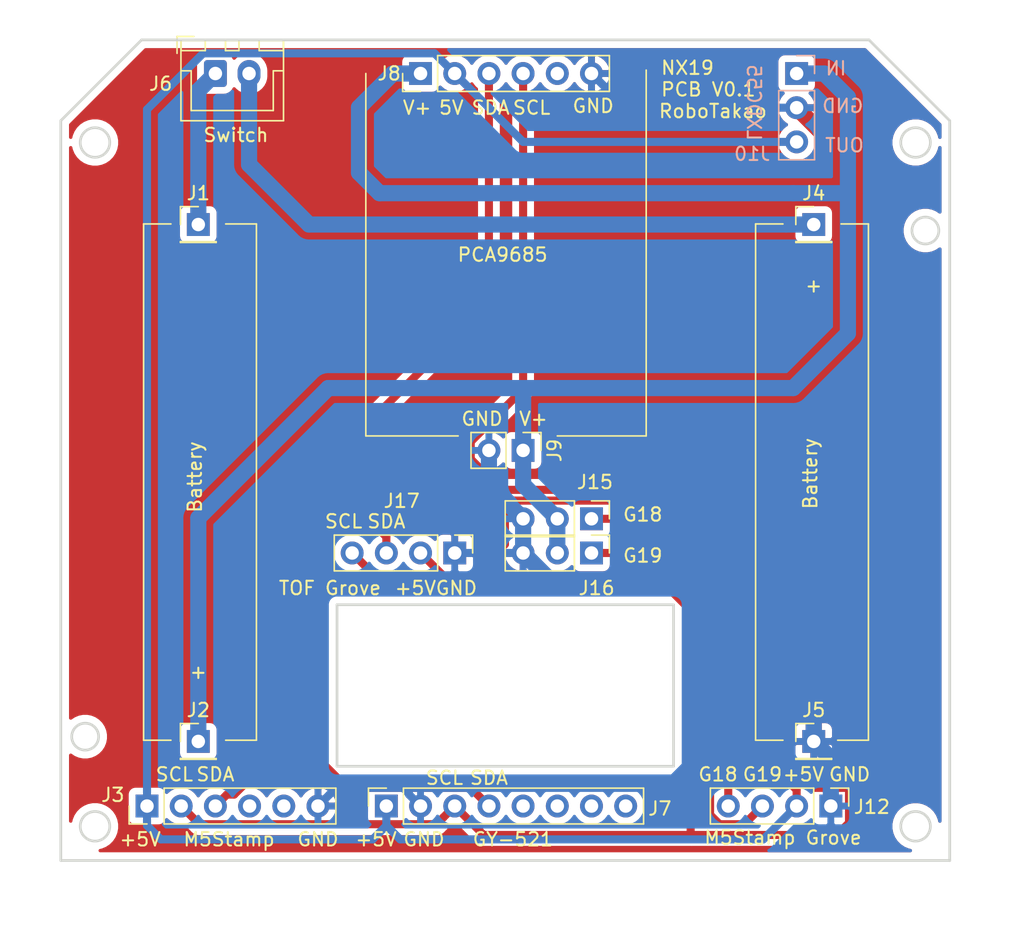
<source format=kicad_pcb>
(kicad_pcb (version 20171130) (host pcbnew "(5.1.4-0-10_14)")

  (general
    (thickness 1.6)
    (drawings 73)
    (tracks 125)
    (zones 0)
    (modules 14)
    (nets 17)
  )

  (page A4)
  (layers
    (0 F.Cu signal)
    (31 B.Cu signal)
    (32 B.Adhes user)
    (33 F.Adhes user)
    (34 B.Paste user)
    (35 F.Paste user)
    (36 B.SilkS user)
    (37 F.SilkS user)
    (38 B.Mask user)
    (39 F.Mask user)
    (40 Dwgs.User user)
    (41 Cmts.User user)
    (42 Eco1.User user)
    (43 Eco2.User user)
    (44 Edge.Cuts user)
    (45 Margin user)
    (46 B.CrtYd user)
    (47 F.CrtYd user)
    (48 B.Fab user)
    (49 F.Fab user)
  )

  (setup
    (last_trace_width 1.2)
    (user_trace_width 0.2)
    (user_trace_width 0.3)
    (user_trace_width 0.45)
    (user_trace_width 0.6)
    (user_trace_width 0.9)
    (user_trace_width 1.2)
    (trace_clearance 0.2)
    (zone_clearance 0.508)
    (zone_45_only no)
    (trace_min 0.2)
    (via_size 0.8)
    (via_drill 0.4)
    (via_min_size 0.4)
    (via_min_drill 0.3)
    (uvia_size 0.3)
    (uvia_drill 0.1)
    (uvias_allowed no)
    (uvia_min_size 0.2)
    (uvia_min_drill 0.1)
    (edge_width 0.05)
    (segment_width 0.2)
    (pcb_text_width 0.3)
    (pcb_text_size 1.5 1.5)
    (mod_edge_width 0.12)
    (mod_text_size 1 1)
    (mod_text_width 0.15)
    (pad_size 1.524 1.524)
    (pad_drill 0.762)
    (pad_to_mask_clearance 0.051)
    (solder_mask_min_width 0.25)
    (aux_axis_origin 0 0)
    (visible_elements FFFFFF7F)
    (pcbplotparams
      (layerselection 0x010fc_ffffffff)
      (usegerberextensions false)
      (usegerberattributes false)
      (usegerberadvancedattributes false)
      (creategerberjobfile false)
      (excludeedgelayer true)
      (linewidth 0.100000)
      (plotframeref false)
      (viasonmask false)
      (mode 1)
      (useauxorigin false)
      (hpglpennumber 1)
      (hpglpenspeed 20)
      (hpglpendiameter 15.000000)
      (psnegative false)
      (psa4output false)
      (plotreference true)
      (plotvalue true)
      (plotinvisibletext false)
      (padsonsilk false)
      (subtractmaskfromsilk false)
      (outputformat 1)
      (mirror false)
      (drillshape 0)
      (scaleselection 1)
      (outputdirectory "NX19_GRB/"))
  )

  (net 0 "")
  (net 1 "Net-(J1-Pad1)")
  (net 2 +BATT)
  (net 3 GND)
  (net 4 "Net-(J3-Pad5)")
  (net 5 "Net-(J3-Pad4)")
  (net 6 SDA)
  (net 7 SCL)
  (net 8 +5V)
  (net 9 "Net-(J4-Pad1)")
  (net 10 "Net-(J7-Pad8)")
  (net 11 "Net-(J7-Pad7)")
  (net 12 "Net-(J7-Pad6)")
  (net 13 "Net-(J7-Pad5)")
  (net 14 "Net-(J8-Pad5)")
  (net 15 G18)
  (net 16 G19)

  (net_class Default "これはデフォルトのネット クラスです。"
    (clearance 0.2)
    (trace_width 0.25)
    (via_dia 0.8)
    (via_drill 0.4)
    (uvia_dia 0.3)
    (uvia_drill 0.1)
    (add_net +5V)
    (add_net +BATT)
    (add_net G18)
    (add_net G19)
    (add_net GND)
    (add_net "Net-(J1-Pad1)")
    (add_net "Net-(J3-Pad4)")
    (add_net "Net-(J3-Pad5)")
    (add_net "Net-(J4-Pad1)")
    (add_net "Net-(J7-Pad5)")
    (add_net "Net-(J7-Pad6)")
    (add_net "Net-(J7-Pad7)")
    (add_net "Net-(J7-Pad8)")
    (add_net "Net-(J8-Pad5)")
    (add_net SCL)
    (add_net SDA)
  )

  (module Connector_PinHeader_2.54mm:PinHeader_1x03_P2.54mm_Vertical (layer B.Cu) (tedit 59FED5CC) (tstamp 637B830D)
    (at 165.354 66.04 180)
    (descr "Through hole straight pin header, 1x03, 2.54mm pitch, single row")
    (tags "Through hole pin header THT 1x03 2.54mm single row")
    (path /637B93D9)
    (fp_text reference J10 (at 3.302 -5.969) (layer B.SilkS)
      (effects (font (size 1 1) (thickness 0.15)) (justify mirror))
    )
    (fp_text value Conn_01x03 (at 0 -7.41) (layer B.Fab)
      (effects (font (size 1 1) (thickness 0.15)) (justify mirror))
    )
    (fp_text user %R (at 0 -2.54 270) (layer B.Fab)
      (effects (font (size 1 1) (thickness 0.15)) (justify mirror))
    )
    (fp_line (start 1.8 1.8) (end -1.8 1.8) (layer B.CrtYd) (width 0.05))
    (fp_line (start 1.8 -6.85) (end 1.8 1.8) (layer B.CrtYd) (width 0.05))
    (fp_line (start -1.8 -6.85) (end 1.8 -6.85) (layer B.CrtYd) (width 0.05))
    (fp_line (start -1.8 1.8) (end -1.8 -6.85) (layer B.CrtYd) (width 0.05))
    (fp_line (start -1.33 1.33) (end 0 1.33) (layer B.SilkS) (width 0.12))
    (fp_line (start -1.33 0) (end -1.33 1.33) (layer B.SilkS) (width 0.12))
    (fp_line (start -1.33 -1.27) (end 1.33 -1.27) (layer B.SilkS) (width 0.12))
    (fp_line (start 1.33 -1.27) (end 1.33 -6.41) (layer B.SilkS) (width 0.12))
    (fp_line (start -1.33 -1.27) (end -1.33 -6.41) (layer B.SilkS) (width 0.12))
    (fp_line (start -1.33 -6.41) (end 1.33 -6.41) (layer B.SilkS) (width 0.12))
    (fp_line (start -1.27 0.635) (end -0.635 1.27) (layer B.Fab) (width 0.1))
    (fp_line (start -1.27 -6.35) (end -1.27 0.635) (layer B.Fab) (width 0.1))
    (fp_line (start 1.27 -6.35) (end -1.27 -6.35) (layer B.Fab) (width 0.1))
    (fp_line (start 1.27 1.27) (end 1.27 -6.35) (layer B.Fab) (width 0.1))
    (fp_line (start -0.635 1.27) (end 1.27 1.27) (layer B.Fab) (width 0.1))
    (pad 3 thru_hole oval (at 0 -5.08 180) (size 1.7 1.7) (drill 1) (layers *.Cu *.Mask)
      (net 8 +5V))
    (pad 2 thru_hole oval (at 0 -2.54 180) (size 1.7 1.7) (drill 1) (layers *.Cu *.Mask)
      (net 3 GND))
    (pad 1 thru_hole rect (at 0 0 180) (size 1.7 1.7) (drill 1) (layers *.Cu *.Mask)
      (net 2 +BATT))
    (model ${KISYS3DMOD}/Connector_PinHeader_2.54mm.3dshapes/PinHeader_1x03_P2.54mm_Vertical.wrl
      (at (xyz 0 0 0))
      (scale (xyz 1 1 1))
      (rotate (xyz 0 0 0))
    )
  )

  (module Connector_PinHeader_2.54mm:PinHeader_1x04_P2.54mm_Vertical (layer F.Cu) (tedit 59FED5CC) (tstamp 6370F70B)
    (at 139.954 101.66 270)
    (descr "Through hole straight pin header, 1x04, 2.54mm pitch, single row")
    (tags "Through hole pin header THT 1x04 2.54mm single row")
    (path /63713B08)
    (fp_text reference J17 (at -3.87 3.937) (layer F.SilkS)
      (effects (font (size 1 1) (thickness 0.15)))
    )
    (fp_text value Conn_01x04 (at 0 9.95 90) (layer F.Fab)
      (effects (font (size 1 1) (thickness 0.15)))
    )
    (fp_text user %R (at 0 3.81) (layer F.Fab)
      (effects (font (size 1 1) (thickness 0.15)))
    )
    (fp_line (start 1.8 -1.8) (end -1.8 -1.8) (layer F.CrtYd) (width 0.05))
    (fp_line (start 1.8 9.4) (end 1.8 -1.8) (layer F.CrtYd) (width 0.05))
    (fp_line (start -1.8 9.4) (end 1.8 9.4) (layer F.CrtYd) (width 0.05))
    (fp_line (start -1.8 -1.8) (end -1.8 9.4) (layer F.CrtYd) (width 0.05))
    (fp_line (start -1.33 -1.33) (end 0 -1.33) (layer F.SilkS) (width 0.12))
    (fp_line (start -1.33 0) (end -1.33 -1.33) (layer F.SilkS) (width 0.12))
    (fp_line (start -1.33 1.27) (end 1.33 1.27) (layer F.SilkS) (width 0.12))
    (fp_line (start 1.33 1.27) (end 1.33 8.95) (layer F.SilkS) (width 0.12))
    (fp_line (start -1.33 1.27) (end -1.33 8.95) (layer F.SilkS) (width 0.12))
    (fp_line (start -1.33 8.95) (end 1.33 8.95) (layer F.SilkS) (width 0.12))
    (fp_line (start -1.27 -0.635) (end -0.635 -1.27) (layer F.Fab) (width 0.1))
    (fp_line (start -1.27 8.89) (end -1.27 -0.635) (layer F.Fab) (width 0.1))
    (fp_line (start 1.27 8.89) (end -1.27 8.89) (layer F.Fab) (width 0.1))
    (fp_line (start 1.27 -1.27) (end 1.27 8.89) (layer F.Fab) (width 0.1))
    (fp_line (start -0.635 -1.27) (end 1.27 -1.27) (layer F.Fab) (width 0.1))
    (pad 4 thru_hole oval (at 0 7.62 270) (size 1.7 1.7) (drill 1) (layers *.Cu *.Mask)
      (net 7 SCL))
    (pad 3 thru_hole oval (at 0 5.08 270) (size 1.7 1.7) (drill 1) (layers *.Cu *.Mask)
      (net 6 SDA))
    (pad 2 thru_hole oval (at 0 2.54 270) (size 1.7 1.7) (drill 1) (layers *.Cu *.Mask)
      (net 8 +5V))
    (pad 1 thru_hole rect (at 0 0 270) (size 1.7 1.7) (drill 1) (layers *.Cu *.Mask)
      (net 3 GND))
    (model ${KISYS3DMOD}/Connector_PinHeader_2.54mm.3dshapes/PinHeader_1x04_P2.54mm_Vertical.wrl
      (at (xyz 0 0 0))
      (scale (xyz 1 1 1))
      (rotate (xyz 0 0 0))
    )
  )

  (module Connector_PinHeader_2.54mm:PinHeader_1x03_P2.54mm_Vertical (layer F.Cu) (tedit 59FED5CC) (tstamp 6367EDCE)
    (at 150.114 101.66 270)
    (descr "Through hole straight pin header, 1x03, 2.54mm pitch, single row")
    (tags "Through hole pin header THT 1x03 2.54mm single row")
    (path /6367E5B0)
    (fp_text reference J16 (at 2.607 -0.381 180) (layer F.SilkS)
      (effects (font (size 1 1) (thickness 0.15)))
    )
    (fp_text value Conn_01x03 (at 0 7.41 90) (layer F.Fab)
      (effects (font (size 1 1) (thickness 0.15)))
    )
    (fp_text user %R (at 0 2.54) (layer F.Fab)
      (effects (font (size 1 1) (thickness 0.15)))
    )
    (fp_line (start 1.8 -1.8) (end -1.8 -1.8) (layer F.CrtYd) (width 0.05))
    (fp_line (start 1.8 6.85) (end 1.8 -1.8) (layer F.CrtYd) (width 0.05))
    (fp_line (start -1.8 6.85) (end 1.8 6.85) (layer F.CrtYd) (width 0.05))
    (fp_line (start -1.8 -1.8) (end -1.8 6.85) (layer F.CrtYd) (width 0.05))
    (fp_line (start -1.33 -1.33) (end 0 -1.33) (layer F.SilkS) (width 0.12))
    (fp_line (start -1.33 0) (end -1.33 -1.33) (layer F.SilkS) (width 0.12))
    (fp_line (start -1.33 1.27) (end 1.33 1.27) (layer F.SilkS) (width 0.12))
    (fp_line (start 1.33 1.27) (end 1.33 6.41) (layer F.SilkS) (width 0.12))
    (fp_line (start -1.33 1.27) (end -1.33 6.41) (layer F.SilkS) (width 0.12))
    (fp_line (start -1.33 6.41) (end 1.33 6.41) (layer F.SilkS) (width 0.12))
    (fp_line (start -1.27 -0.635) (end -0.635 -1.27) (layer F.Fab) (width 0.1))
    (fp_line (start -1.27 6.35) (end -1.27 -0.635) (layer F.Fab) (width 0.1))
    (fp_line (start 1.27 6.35) (end -1.27 6.35) (layer F.Fab) (width 0.1))
    (fp_line (start 1.27 -1.27) (end 1.27 6.35) (layer F.Fab) (width 0.1))
    (fp_line (start -0.635 -1.27) (end 1.27 -1.27) (layer F.Fab) (width 0.1))
    (pad 3 thru_hole oval (at 0 5.08 270) (size 1.7 1.7) (drill 1) (layers *.Cu *.Mask)
      (net 3 GND))
    (pad 2 thru_hole oval (at 0 2.54 270) (size 1.7 1.7) (drill 1) (layers *.Cu *.Mask)
      (net 2 +BATT))
    (pad 1 thru_hole rect (at 0 0 270) (size 1.7 1.7) (drill 1) (layers *.Cu *.Mask)
      (net 16 G19))
    (model ${KISYS3DMOD}/Connector_PinHeader_2.54mm.3dshapes/PinHeader_1x03_P2.54mm_Vertical.wrl
      (at (xyz 0 0 0))
      (scale (xyz 1 1 1))
      (rotate (xyz 0 0 0))
    )
  )

  (module Connector_PinHeader_2.54mm:PinHeader_1x03_P2.54mm_Vertical (layer F.Cu) (tedit 59FED5CC) (tstamp 6367EDB7)
    (at 150.114 99.12 270)
    (descr "Through hole straight pin header, 1x03, 2.54mm pitch, single row")
    (tags "Through hole pin header THT 1x03 2.54mm single row")
    (path /6367EE70)
    (fp_text reference J15 (at -2.727 -0.254) (layer F.SilkS)
      (effects (font (size 1 1) (thickness 0.15)))
    )
    (fp_text value Conn_01x03 (at 0 7.41 90) (layer F.Fab)
      (effects (font (size 1 1) (thickness 0.15)))
    )
    (fp_text user %R (at 0 2.54) (layer F.Fab)
      (effects (font (size 1 1) (thickness 0.15)))
    )
    (fp_line (start 1.8 -1.8) (end -1.8 -1.8) (layer F.CrtYd) (width 0.05))
    (fp_line (start 1.8 6.85) (end 1.8 -1.8) (layer F.CrtYd) (width 0.05))
    (fp_line (start -1.8 6.85) (end 1.8 6.85) (layer F.CrtYd) (width 0.05))
    (fp_line (start -1.8 -1.8) (end -1.8 6.85) (layer F.CrtYd) (width 0.05))
    (fp_line (start -1.33 -1.33) (end 0 -1.33) (layer F.SilkS) (width 0.12))
    (fp_line (start -1.33 0) (end -1.33 -1.33) (layer F.SilkS) (width 0.12))
    (fp_line (start -1.33 1.27) (end 1.33 1.27) (layer F.SilkS) (width 0.12))
    (fp_line (start 1.33 1.27) (end 1.33 6.41) (layer F.SilkS) (width 0.12))
    (fp_line (start -1.33 1.27) (end -1.33 6.41) (layer F.SilkS) (width 0.12))
    (fp_line (start -1.33 6.41) (end 1.33 6.41) (layer F.SilkS) (width 0.12))
    (fp_line (start -1.27 -0.635) (end -0.635 -1.27) (layer F.Fab) (width 0.1))
    (fp_line (start -1.27 6.35) (end -1.27 -0.635) (layer F.Fab) (width 0.1))
    (fp_line (start 1.27 6.35) (end -1.27 6.35) (layer F.Fab) (width 0.1))
    (fp_line (start 1.27 -1.27) (end 1.27 6.35) (layer F.Fab) (width 0.1))
    (fp_line (start -0.635 -1.27) (end 1.27 -1.27) (layer F.Fab) (width 0.1))
    (pad 3 thru_hole oval (at 0 5.08 270) (size 1.7 1.7) (drill 1) (layers *.Cu *.Mask)
      (net 3 GND))
    (pad 2 thru_hole oval (at 0 2.54 270) (size 1.7 1.7) (drill 1) (layers *.Cu *.Mask)
      (net 2 +BATT))
    (pad 1 thru_hole rect (at 0 0 270) (size 1.7 1.7) (drill 1) (layers *.Cu *.Mask)
      (net 15 G18))
    (model ${KISYS3DMOD}/Connector_PinHeader_2.54mm.3dshapes/PinHeader_1x03_P2.54mm_Vertical.wrl
      (at (xyz 0 0 0))
      (scale (xyz 1 1 1))
      (rotate (xyz 0 0 0))
    )
  )

  (module Connector_PinHeader_2.54mm:PinHeader_1x04_P2.54mm_Vertical (layer F.Cu) (tedit 59FED5CC) (tstamp 6367ED76)
    (at 167.894 120.46 270)
    (descr "Through hole straight pin header, 1x04, 2.54mm pitch, single row")
    (tags "Through hole pin header THT 1x04 2.54mm single row")
    (path /6367C8A9)
    (fp_text reference J12 (at 0.063 -3.048) (layer F.SilkS)
      (effects (font (size 1 1) (thickness 0.15)))
    )
    (fp_text value Conn_01x04 (at 0 9.95 90) (layer F.Fab)
      (effects (font (size 1 1) (thickness 0.15)))
    )
    (fp_text user %R (at 0 3.81) (layer F.Fab)
      (effects (font (size 1 1) (thickness 0.15)))
    )
    (fp_line (start 1.8 -1.8) (end -1.8 -1.8) (layer F.CrtYd) (width 0.05))
    (fp_line (start 1.8 9.4) (end 1.8 -1.8) (layer F.CrtYd) (width 0.05))
    (fp_line (start -1.8 9.4) (end 1.8 9.4) (layer F.CrtYd) (width 0.05))
    (fp_line (start -1.8 -1.8) (end -1.8 9.4) (layer F.CrtYd) (width 0.05))
    (fp_line (start -1.33 -1.33) (end 0 -1.33) (layer F.SilkS) (width 0.12))
    (fp_line (start -1.33 0) (end -1.33 -1.33) (layer F.SilkS) (width 0.12))
    (fp_line (start -1.33 1.27) (end 1.33 1.27) (layer F.SilkS) (width 0.12))
    (fp_line (start 1.33 1.27) (end 1.33 8.95) (layer F.SilkS) (width 0.12))
    (fp_line (start -1.33 1.27) (end -1.33 8.95) (layer F.SilkS) (width 0.12))
    (fp_line (start -1.33 8.95) (end 1.33 8.95) (layer F.SilkS) (width 0.12))
    (fp_line (start -1.27 -0.635) (end -0.635 -1.27) (layer F.Fab) (width 0.1))
    (fp_line (start -1.27 8.89) (end -1.27 -0.635) (layer F.Fab) (width 0.1))
    (fp_line (start 1.27 8.89) (end -1.27 8.89) (layer F.Fab) (width 0.1))
    (fp_line (start 1.27 -1.27) (end 1.27 8.89) (layer F.Fab) (width 0.1))
    (fp_line (start -0.635 -1.27) (end 1.27 -1.27) (layer F.Fab) (width 0.1))
    (pad 4 thru_hole oval (at 0 7.62 270) (size 1.7 1.7) (drill 1) (layers *.Cu *.Mask)
      (net 15 G18))
    (pad 3 thru_hole oval (at 0 5.08 270) (size 1.7 1.7) (drill 1) (layers *.Cu *.Mask)
      (net 16 G19))
    (pad 2 thru_hole oval (at 0 2.54 270) (size 1.7 1.7) (drill 1) (layers *.Cu *.Mask)
      (net 8 +5V))
    (pad 1 thru_hole rect (at 0 0 270) (size 1.7 1.7) (drill 1) (layers *.Cu *.Mask)
      (net 3 GND))
    (model ${KISYS3DMOD}/Connector_PinHeader_2.54mm.3dshapes/PinHeader_1x04_P2.54mm_Vertical.wrl
      (at (xyz 0 0 0))
      (scale (xyz 1 1 1))
      (rotate (xyz 0 0 0))
    )
  )

  (module Connector_PinHeader_2.54mm:PinHeader_1x02_P2.54mm_Vertical (layer F.Cu) (tedit 59FED5CC) (tstamp 6367ED34)
    (at 145.034 94.04 270)
    (descr "Through hole straight pin header, 1x02, 2.54mm pitch, single row")
    (tags "Through hole pin header THT 1x02 2.54mm single row")
    (path /6367D253)
    (fp_text reference J9 (at 0 -2.33 90) (layer F.SilkS)
      (effects (font (size 1 1) (thickness 0.15)))
    )
    (fp_text value Conn_01x02 (at 0 4.87 90) (layer F.Fab)
      (effects (font (size 1 1) (thickness 0.15)))
    )
    (fp_text user %R (at 0 1.27) (layer F.Fab)
      (effects (font (size 1 1) (thickness 0.15)))
    )
    (fp_line (start 1.8 -1.8) (end -1.8 -1.8) (layer F.CrtYd) (width 0.05))
    (fp_line (start 1.8 4.35) (end 1.8 -1.8) (layer F.CrtYd) (width 0.05))
    (fp_line (start -1.8 4.35) (end 1.8 4.35) (layer F.CrtYd) (width 0.05))
    (fp_line (start -1.8 -1.8) (end -1.8 4.35) (layer F.CrtYd) (width 0.05))
    (fp_line (start -1.33 -1.33) (end 0 -1.33) (layer F.SilkS) (width 0.12))
    (fp_line (start -1.33 0) (end -1.33 -1.33) (layer F.SilkS) (width 0.12))
    (fp_line (start -1.33 1.27) (end 1.33 1.27) (layer F.SilkS) (width 0.12))
    (fp_line (start 1.33 1.27) (end 1.33 3.87) (layer F.SilkS) (width 0.12))
    (fp_line (start -1.33 1.27) (end -1.33 3.87) (layer F.SilkS) (width 0.12))
    (fp_line (start -1.33 3.87) (end 1.33 3.87) (layer F.SilkS) (width 0.12))
    (fp_line (start -1.27 -0.635) (end -0.635 -1.27) (layer F.Fab) (width 0.1))
    (fp_line (start -1.27 3.81) (end -1.27 -0.635) (layer F.Fab) (width 0.1))
    (fp_line (start 1.27 3.81) (end -1.27 3.81) (layer F.Fab) (width 0.1))
    (fp_line (start 1.27 -1.27) (end 1.27 3.81) (layer F.Fab) (width 0.1))
    (fp_line (start -0.635 -1.27) (end 1.27 -1.27) (layer F.Fab) (width 0.1))
    (pad 2 thru_hole oval (at 0 2.54 270) (size 1.7 1.7) (drill 1) (layers *.Cu *.Mask)
      (net 3 GND))
    (pad 1 thru_hole rect (at 0 0 270) (size 1.7 1.7) (drill 1) (layers *.Cu *.Mask)
      (net 2 +BATT))
    (model ${KISYS3DMOD}/Connector_PinHeader_2.54mm.3dshapes/PinHeader_1x02_P2.54mm_Vertical.wrl
      (at (xyz 0 0 0))
      (scale (xyz 1 1 1))
      (rotate (xyz 0 0 0))
    )
  )

  (module Connector_PinHeader_2.54mm:PinHeader_1x06_P2.54mm_Vertical (layer F.Cu) (tedit 59FED5CC) (tstamp 6367ED1E)
    (at 137.414 66.04 90)
    (descr "Through hole straight pin header, 1x06, 2.54mm pitch, single row")
    (tags "Through hole pin header THT 1x06 2.54mm single row")
    (path /63678782)
    (fp_text reference J8 (at 0 -2.33) (layer F.SilkS)
      (effects (font (size 1 1) (thickness 0.15)))
    )
    (fp_text value Conn_01x06 (at 0 15.03 90) (layer F.Fab)
      (effects (font (size 1 1) (thickness 0.15)))
    )
    (fp_text user %R (at 0 6.35) (layer F.Fab)
      (effects (font (size 1 1) (thickness 0.15)))
    )
    (fp_line (start 1.8 -1.8) (end -1.8 -1.8) (layer F.CrtYd) (width 0.05))
    (fp_line (start 1.8 14.5) (end 1.8 -1.8) (layer F.CrtYd) (width 0.05))
    (fp_line (start -1.8 14.5) (end 1.8 14.5) (layer F.CrtYd) (width 0.05))
    (fp_line (start -1.8 -1.8) (end -1.8 14.5) (layer F.CrtYd) (width 0.05))
    (fp_line (start -1.33 -1.33) (end 0 -1.33) (layer F.SilkS) (width 0.12))
    (fp_line (start -1.33 0) (end -1.33 -1.33) (layer F.SilkS) (width 0.12))
    (fp_line (start -1.33 1.27) (end 1.33 1.27) (layer F.SilkS) (width 0.12))
    (fp_line (start 1.33 1.27) (end 1.33 14.03) (layer F.SilkS) (width 0.12))
    (fp_line (start -1.33 1.27) (end -1.33 14.03) (layer F.SilkS) (width 0.12))
    (fp_line (start -1.33 14.03) (end 1.33 14.03) (layer F.SilkS) (width 0.12))
    (fp_line (start -1.27 -0.635) (end -0.635 -1.27) (layer F.Fab) (width 0.1))
    (fp_line (start -1.27 13.97) (end -1.27 -0.635) (layer F.Fab) (width 0.1))
    (fp_line (start 1.27 13.97) (end -1.27 13.97) (layer F.Fab) (width 0.1))
    (fp_line (start 1.27 -1.27) (end 1.27 13.97) (layer F.Fab) (width 0.1))
    (fp_line (start -0.635 -1.27) (end 1.27 -1.27) (layer F.Fab) (width 0.1))
    (pad 6 thru_hole oval (at 0 12.7 90) (size 1.7 1.7) (drill 1) (layers *.Cu *.Mask)
      (net 3 GND))
    (pad 5 thru_hole oval (at 0 10.16 90) (size 1.7 1.7) (drill 1) (layers *.Cu *.Mask)
      (net 14 "Net-(J8-Pad5)"))
    (pad 4 thru_hole oval (at 0 7.62 90) (size 1.7 1.7) (drill 1) (layers *.Cu *.Mask)
      (net 7 SCL))
    (pad 3 thru_hole oval (at 0 5.08 90) (size 1.7 1.7) (drill 1) (layers *.Cu *.Mask)
      (net 6 SDA))
    (pad 2 thru_hole oval (at 0 2.54 90) (size 1.7 1.7) (drill 1) (layers *.Cu *.Mask)
      (net 8 +5V))
    (pad 1 thru_hole rect (at 0 0 90) (size 1.7 1.7) (drill 1) (layers *.Cu *.Mask)
      (net 2 +BATT))
    (model ${KISYS3DMOD}/Connector_PinHeader_2.54mm.3dshapes/PinHeader_1x06_P2.54mm_Vertical.wrl
      (at (xyz 0 0 0))
      (scale (xyz 1 1 1))
      (rotate (xyz 0 0 0))
    )
  )

  (module Connector_PinSocket_2.54mm:PinSocket_1x08_P2.54mm_Vertical (layer F.Cu) (tedit 5A19A420) (tstamp 6367ED04)
    (at 134.874 120.46 90)
    (descr "Through hole straight socket strip, 1x08, 2.54mm pitch, single row (from Kicad 4.0.7), script generated")
    (tags "Through hole socket strip THT 1x08 2.54mm single row")
    (path /6367B694)
    (fp_text reference J7 (at -0.19 20.32) (layer F.SilkS)
      (effects (font (size 1 1) (thickness 0.15)))
    )
    (fp_text value Conn_01x08 (at 0 20.55 90) (layer F.Fab)
      (effects (font (size 1 1) (thickness 0.15)))
    )
    (fp_text user %R (at 0 8.89) (layer F.Fab)
      (effects (font (size 1 1) (thickness 0.15)))
    )
    (fp_line (start -1.8 19.55) (end -1.8 -1.8) (layer F.CrtYd) (width 0.05))
    (fp_line (start 1.75 19.55) (end -1.8 19.55) (layer F.CrtYd) (width 0.05))
    (fp_line (start 1.75 -1.8) (end 1.75 19.55) (layer F.CrtYd) (width 0.05))
    (fp_line (start -1.8 -1.8) (end 1.75 -1.8) (layer F.CrtYd) (width 0.05))
    (fp_line (start 0 -1.33) (end 1.33 -1.33) (layer F.SilkS) (width 0.12))
    (fp_line (start 1.33 -1.33) (end 1.33 0) (layer F.SilkS) (width 0.12))
    (fp_line (start 1.33 1.27) (end 1.33 19.11) (layer F.SilkS) (width 0.12))
    (fp_line (start -1.33 19.11) (end 1.33 19.11) (layer F.SilkS) (width 0.12))
    (fp_line (start -1.33 1.27) (end -1.33 19.11) (layer F.SilkS) (width 0.12))
    (fp_line (start -1.33 1.27) (end 1.33 1.27) (layer F.SilkS) (width 0.12))
    (fp_line (start -1.27 19.05) (end -1.27 -1.27) (layer F.Fab) (width 0.1))
    (fp_line (start 1.27 19.05) (end -1.27 19.05) (layer F.Fab) (width 0.1))
    (fp_line (start 1.27 -0.635) (end 1.27 19.05) (layer F.Fab) (width 0.1))
    (fp_line (start 0.635 -1.27) (end 1.27 -0.635) (layer F.Fab) (width 0.1))
    (fp_line (start -1.27 -1.27) (end 0.635 -1.27) (layer F.Fab) (width 0.1))
    (pad 8 thru_hole oval (at 0 17.78 90) (size 1.7 1.7) (drill 1) (layers *.Cu *.Mask)
      (net 10 "Net-(J7-Pad8)"))
    (pad 7 thru_hole oval (at 0 15.24 90) (size 1.7 1.7) (drill 1) (layers *.Cu *.Mask)
      (net 11 "Net-(J7-Pad7)"))
    (pad 6 thru_hole oval (at 0 12.7 90) (size 1.7 1.7) (drill 1) (layers *.Cu *.Mask)
      (net 12 "Net-(J7-Pad6)"))
    (pad 5 thru_hole oval (at 0 10.16 90) (size 1.7 1.7) (drill 1) (layers *.Cu *.Mask)
      (net 13 "Net-(J7-Pad5)"))
    (pad 4 thru_hole oval (at 0 7.62 90) (size 1.7 1.7) (drill 1) (layers *.Cu *.Mask)
      (net 6 SDA))
    (pad 3 thru_hole oval (at 0 5.08 90) (size 1.7 1.7) (drill 1) (layers *.Cu *.Mask)
      (net 7 SCL))
    (pad 2 thru_hole oval (at 0 2.54 90) (size 1.7 1.7) (drill 1) (layers *.Cu *.Mask)
      (net 3 GND))
    (pad 1 thru_hole rect (at 0 0 90) (size 1.7 1.7) (drill 1) (layers *.Cu *.Mask)
      (net 8 +5V))
    (model ${KISYS3DMOD}/Connector_PinSocket_2.54mm.3dshapes/PinSocket_1x08_P2.54mm_Vertical.wrl
      (at (xyz 0 0 0))
      (scale (xyz 1 1 1))
      (rotate (xyz 0 0 0))
    )
  )

  (module Connector_JST:JST_XH_B2B-XH-A_1x02_P2.50mm_Vertical (layer F.Cu) (tedit 5C28146C) (tstamp 6367ECE8)
    (at 122.174 66.04)
    (descr "JST XH series connector, B2B-XH-A (http://www.jst-mfg.com/product/pdf/eng/eXH.pdf), generated with kicad-footprint-generator")
    (tags "connector JST XH vertical")
    (path /63677844)
    (fp_text reference J6 (at -4.064 0.762) (layer F.SilkS)
      (effects (font (size 1 1) (thickness 0.15)))
    )
    (fp_text value Conn_01x02 (at 1.25 4.6) (layer F.Fab)
      (effects (font (size 1 1) (thickness 0.15)))
    )
    (fp_text user %R (at 1.25 2.7) (layer F.Fab)
      (effects (font (size 1 1) (thickness 0.15)))
    )
    (fp_line (start -2.85 -2.75) (end -2.85 -1.5) (layer F.SilkS) (width 0.12))
    (fp_line (start -1.6 -2.75) (end -2.85 -2.75) (layer F.SilkS) (width 0.12))
    (fp_line (start 4.3 2.75) (end 1.25 2.75) (layer F.SilkS) (width 0.12))
    (fp_line (start 4.3 -0.2) (end 4.3 2.75) (layer F.SilkS) (width 0.12))
    (fp_line (start 5.05 -0.2) (end 4.3 -0.2) (layer F.SilkS) (width 0.12))
    (fp_line (start -1.8 2.75) (end 1.25 2.75) (layer F.SilkS) (width 0.12))
    (fp_line (start -1.8 -0.2) (end -1.8 2.75) (layer F.SilkS) (width 0.12))
    (fp_line (start -2.55 -0.2) (end -1.8 -0.2) (layer F.SilkS) (width 0.12))
    (fp_line (start 5.05 -2.45) (end 3.25 -2.45) (layer F.SilkS) (width 0.12))
    (fp_line (start 5.05 -1.7) (end 5.05 -2.45) (layer F.SilkS) (width 0.12))
    (fp_line (start 3.25 -1.7) (end 5.05 -1.7) (layer F.SilkS) (width 0.12))
    (fp_line (start 3.25 -2.45) (end 3.25 -1.7) (layer F.SilkS) (width 0.12))
    (fp_line (start -0.75 -2.45) (end -2.55 -2.45) (layer F.SilkS) (width 0.12))
    (fp_line (start -0.75 -1.7) (end -0.75 -2.45) (layer F.SilkS) (width 0.12))
    (fp_line (start -2.55 -1.7) (end -0.75 -1.7) (layer F.SilkS) (width 0.12))
    (fp_line (start -2.55 -2.45) (end -2.55 -1.7) (layer F.SilkS) (width 0.12))
    (fp_line (start 1.75 -2.45) (end 0.75 -2.45) (layer F.SilkS) (width 0.12))
    (fp_line (start 1.75 -1.7) (end 1.75 -2.45) (layer F.SilkS) (width 0.12))
    (fp_line (start 0.75 -1.7) (end 1.75 -1.7) (layer F.SilkS) (width 0.12))
    (fp_line (start 0.75 -2.45) (end 0.75 -1.7) (layer F.SilkS) (width 0.12))
    (fp_line (start 0 -1.35) (end 0.625 -2.35) (layer F.Fab) (width 0.1))
    (fp_line (start -0.625 -2.35) (end 0 -1.35) (layer F.Fab) (width 0.1))
    (fp_line (start 5.45 -2.85) (end -2.95 -2.85) (layer F.CrtYd) (width 0.05))
    (fp_line (start 5.45 3.9) (end 5.45 -2.85) (layer F.CrtYd) (width 0.05))
    (fp_line (start -2.95 3.9) (end 5.45 3.9) (layer F.CrtYd) (width 0.05))
    (fp_line (start -2.95 -2.85) (end -2.95 3.9) (layer F.CrtYd) (width 0.05))
    (fp_line (start 5.06 -2.46) (end -2.56 -2.46) (layer F.SilkS) (width 0.12))
    (fp_line (start 5.06 3.51) (end 5.06 -2.46) (layer F.SilkS) (width 0.12))
    (fp_line (start -2.56 3.51) (end 5.06 3.51) (layer F.SilkS) (width 0.12))
    (fp_line (start -2.56 -2.46) (end -2.56 3.51) (layer F.SilkS) (width 0.12))
    (fp_line (start 4.95 -2.35) (end -2.45 -2.35) (layer F.Fab) (width 0.1))
    (fp_line (start 4.95 3.4) (end 4.95 -2.35) (layer F.Fab) (width 0.1))
    (fp_line (start -2.45 3.4) (end 4.95 3.4) (layer F.Fab) (width 0.1))
    (fp_line (start -2.45 -2.35) (end -2.45 3.4) (layer F.Fab) (width 0.1))
    (pad 2 thru_hole oval (at 2.5 0) (size 1.7 2) (drill 1) (layers *.Cu *.Mask)
      (net 9 "Net-(J4-Pad1)"))
    (pad 1 thru_hole roundrect (at 0 0) (size 1.7 2) (drill 1) (layers *.Cu *.Mask) (roundrect_rratio 0.147059)
      (net 1 "Net-(J1-Pad1)"))
    (model ${KISYS3DMOD}/Connector_JST.3dshapes/JST_XH_B2B-XH-A_1x02_P2.50mm_Vertical.wrl
      (at (xyz 0 0 0))
      (scale (xyz 1 1 1))
      (rotate (xyz 0 0 0))
    )
  )

  (module Connector_PinHeader_2.54mm:PinHeader_1x01_P2.54mm_Vertical (layer F.Cu) (tedit 59FED5CC) (tstamp 6367ECBF)
    (at 166.624 115.66)
    (descr "Through hole straight pin header, 1x01, 2.54mm pitch, single row")
    (tags "Through hole pin header THT 1x01 2.54mm single row")
    (path /63687827)
    (fp_text reference J5 (at 0 -2.33) (layer F.SilkS)
      (effects (font (size 1 1) (thickness 0.15)))
    )
    (fp_text value Conn_01x01 (at 0 2.33) (layer F.Fab)
      (effects (font (size 1 1) (thickness 0.15)))
    )
    (fp_text user %R (at 0 0 90) (layer F.Fab)
      (effects (font (size 1 1) (thickness 0.15)))
    )
    (fp_line (start 1.8 -1.8) (end -1.8 -1.8) (layer F.CrtYd) (width 0.05))
    (fp_line (start 1.8 1.8) (end 1.8 -1.8) (layer F.CrtYd) (width 0.05))
    (fp_line (start -1.8 1.8) (end 1.8 1.8) (layer F.CrtYd) (width 0.05))
    (fp_line (start -1.8 -1.8) (end -1.8 1.8) (layer F.CrtYd) (width 0.05))
    (fp_line (start -1.33 -1.33) (end 0 -1.33) (layer F.SilkS) (width 0.12))
    (fp_line (start -1.33 0) (end -1.33 -1.33) (layer F.SilkS) (width 0.12))
    (fp_line (start -1.33 1.27) (end 1.33 1.27) (layer F.SilkS) (width 0.12))
    (fp_line (start 1.33 1.27) (end 1.33 1.33) (layer F.SilkS) (width 0.12))
    (fp_line (start -1.33 1.27) (end -1.33 1.33) (layer F.SilkS) (width 0.12))
    (fp_line (start -1.33 1.33) (end 1.33 1.33) (layer F.SilkS) (width 0.12))
    (fp_line (start -1.27 -0.635) (end -0.635 -1.27) (layer F.Fab) (width 0.1))
    (fp_line (start -1.27 1.27) (end -1.27 -0.635) (layer F.Fab) (width 0.1))
    (fp_line (start 1.27 1.27) (end -1.27 1.27) (layer F.Fab) (width 0.1))
    (fp_line (start 1.27 -1.27) (end 1.27 1.27) (layer F.Fab) (width 0.1))
    (fp_line (start -0.635 -1.27) (end 1.27 -1.27) (layer F.Fab) (width 0.1))
    (pad 1 thru_hole rect (at 0 0) (size 1.7 1.7) (drill 1) (layers *.Cu *.Mask)
      (net 3 GND))
    (model ${KISYS3DMOD}/Connector_PinHeader_2.54mm.3dshapes/PinHeader_1x01_P2.54mm_Vertical.wrl
      (at (xyz 0 0 0))
      (scale (xyz 1 1 1))
      (rotate (xyz 0 0 0))
    )
  )

  (module Connector_PinHeader_2.54mm:PinHeader_1x01_P2.54mm_Vertical (layer F.Cu) (tedit 59FED5CC) (tstamp 6367ECAA)
    (at 166.624 77.26)
    (descr "Through hole straight pin header, 1x01, 2.54mm pitch, single row")
    (tags "Through hole pin header THT 1x01 2.54mm single row")
    (path /63686D07)
    (fp_text reference J4 (at 0 -2.33) (layer F.SilkS)
      (effects (font (size 1 1) (thickness 0.15)))
    )
    (fp_text value Conn_01x01 (at 0 2.33) (layer F.Fab)
      (effects (font (size 1 1) (thickness 0.15)))
    )
    (fp_text user %R (at 2.54 1.905 90) (layer F.Fab)
      (effects (font (size 1 1) (thickness 0.15)))
    )
    (fp_line (start 1.8 -1.8) (end -1.8 -1.8) (layer F.CrtYd) (width 0.05))
    (fp_line (start 1.8 1.8) (end 1.8 -1.8) (layer F.CrtYd) (width 0.05))
    (fp_line (start -1.8 1.8) (end 1.8 1.8) (layer F.CrtYd) (width 0.05))
    (fp_line (start -1.8 -1.8) (end -1.8 1.8) (layer F.CrtYd) (width 0.05))
    (fp_line (start -1.33 -1.33) (end 0 -1.33) (layer F.SilkS) (width 0.12))
    (fp_line (start -1.33 0) (end -1.33 -1.33) (layer F.SilkS) (width 0.12))
    (fp_line (start -1.33 1.27) (end 1.33 1.27) (layer F.SilkS) (width 0.12))
    (fp_line (start 1.33 1.27) (end 1.33 1.33) (layer F.SilkS) (width 0.12))
    (fp_line (start -1.33 1.27) (end -1.33 1.33) (layer F.SilkS) (width 0.12))
    (fp_line (start -1.33 1.33) (end 1.33 1.33) (layer F.SilkS) (width 0.12))
    (fp_line (start -1.27 -0.635) (end -0.635 -1.27) (layer F.Fab) (width 0.1))
    (fp_line (start -1.27 1.27) (end -1.27 -0.635) (layer F.Fab) (width 0.1))
    (fp_line (start 1.27 1.27) (end -1.27 1.27) (layer F.Fab) (width 0.1))
    (fp_line (start 1.27 -1.27) (end 1.27 1.27) (layer F.Fab) (width 0.1))
    (fp_line (start -0.635 -1.27) (end 1.27 -1.27) (layer F.Fab) (width 0.1))
    (pad 1 thru_hole rect (at 0 0) (size 1.7 1.7) (drill 1) (layers *.Cu *.Mask)
      (net 9 "Net-(J4-Pad1)"))
    (model ${KISYS3DMOD}/Connector_PinHeader_2.54mm.3dshapes/PinHeader_1x01_P2.54mm_Vertical.wrl
      (at (xyz 0 0 0))
      (scale (xyz 1 1 1))
      (rotate (xyz 0 0 0))
    )
  )

  (module Connector_PinHeader_2.54mm:PinHeader_1x06_P2.54mm_Vertical (layer F.Cu) (tedit 59FED5CC) (tstamp 6367EC95)
    (at 117.094 120.46 90)
    (descr "Through hole straight pin header, 1x06, 2.54mm pitch, single row")
    (tags "Through hole pin header THT 1x06 2.54mm single row")
    (path /6367A921)
    (fp_text reference J3 (at 0.826 -2.54) (layer F.SilkS)
      (effects (font (size 1 1) (thickness 0.15)))
    )
    (fp_text value Conn_01x06 (at 0 15.03 90) (layer F.Fab)
      (effects (font (size 1 1) (thickness 0.15)))
    )
    (fp_line (start -0.635 -1.27) (end 1.27 -1.27) (layer F.Fab) (width 0.1))
    (fp_line (start 1.27 -1.27) (end 1.27 13.97) (layer F.Fab) (width 0.1))
    (fp_line (start 1.27 13.97) (end -1.27 13.97) (layer F.Fab) (width 0.1))
    (fp_line (start -1.27 13.97) (end -1.27 -0.635) (layer F.Fab) (width 0.1))
    (fp_line (start -1.27 -0.635) (end -0.635 -1.27) (layer F.Fab) (width 0.1))
    (fp_line (start -1.33 14.03) (end 1.33 14.03) (layer F.SilkS) (width 0.12))
    (fp_line (start -1.33 1.27) (end -1.33 14.03) (layer F.SilkS) (width 0.12))
    (fp_line (start 1.33 1.27) (end 1.33 14.03) (layer F.SilkS) (width 0.12))
    (fp_line (start -1.33 1.27) (end 1.33 1.27) (layer F.SilkS) (width 0.12))
    (fp_line (start -1.33 0) (end -1.33 -1.33) (layer F.SilkS) (width 0.12))
    (fp_line (start -1.33 -1.33) (end 0 -1.33) (layer F.SilkS) (width 0.12))
    (fp_line (start -1.8 -1.8) (end -1.8 14.5) (layer F.CrtYd) (width 0.05))
    (fp_line (start -1.8 14.5) (end 1.8 14.5) (layer F.CrtYd) (width 0.05))
    (fp_line (start 1.8 14.5) (end 1.8 -1.8) (layer F.CrtYd) (width 0.05))
    (fp_line (start 1.8 -1.8) (end -1.8 -1.8) (layer F.CrtYd) (width 0.05))
    (fp_text user %R (at 0 6.35) (layer F.Fab)
      (effects (font (size 1 1) (thickness 0.15)))
    )
    (pad 1 thru_hole rect (at 0 0 90) (size 1.7 1.7) (drill 1) (layers *.Cu *.Mask)
      (net 8 +5V))
    (pad 2 thru_hole oval (at 0 2.54 90) (size 1.7 1.7) (drill 1) (layers *.Cu *.Mask)
      (net 7 SCL))
    (pad 3 thru_hole oval (at 0 5.08 90) (size 1.7 1.7) (drill 1) (layers *.Cu *.Mask)
      (net 6 SDA))
    (pad 4 thru_hole oval (at 0 7.62 90) (size 1.7 1.7) (drill 1) (layers *.Cu *.Mask)
      (net 5 "Net-(J3-Pad4)"))
    (pad 5 thru_hole oval (at 0 10.16 90) (size 1.7 1.7) (drill 1) (layers *.Cu *.Mask)
      (net 4 "Net-(J3-Pad5)"))
    (pad 6 thru_hole oval (at 0 12.7 90) (size 1.7 1.7) (drill 1) (layers *.Cu *.Mask)
      (net 3 GND))
    (model ${KISYS3DMOD}/Connector_PinHeader_2.54mm.3dshapes/PinHeader_1x06_P2.54mm_Vertical.wrl
      (at (xyz 0 0 0))
      (scale (xyz 1 1 1))
      (rotate (xyz 0 0 0))
    )
  )

  (module Connector_PinHeader_2.54mm:PinHeader_1x01_P2.54mm_Vertical (layer F.Cu) (tedit 59FED5CC) (tstamp 6367EC7B)
    (at 120.904 115.66)
    (descr "Through hole straight pin header, 1x01, 2.54mm pitch, single row")
    (tags "Through hole pin header THT 1x01 2.54mm single row")
    (path /636861A3)
    (fp_text reference J2 (at 0 -2.33) (layer F.SilkS)
      (effects (font (size 1 1) (thickness 0.15)))
    )
    (fp_text value Conn_01x01 (at 0 2.33) (layer F.Fab)
      (effects (font (size 1 1) (thickness 0.15)))
    )
    (fp_text user %R (at 0 0 90) (layer F.Fab)
      (effects (font (size 1 1) (thickness 0.15)))
    )
    (fp_line (start 1.8 -1.8) (end -1.8 -1.8) (layer F.CrtYd) (width 0.05))
    (fp_line (start 1.8 1.8) (end 1.8 -1.8) (layer F.CrtYd) (width 0.05))
    (fp_line (start -1.8 1.8) (end 1.8 1.8) (layer F.CrtYd) (width 0.05))
    (fp_line (start -1.8 -1.8) (end -1.8 1.8) (layer F.CrtYd) (width 0.05))
    (fp_line (start -1.33 -1.33) (end 0 -1.33) (layer F.SilkS) (width 0.12))
    (fp_line (start -1.33 0) (end -1.33 -1.33) (layer F.SilkS) (width 0.12))
    (fp_line (start -1.33 1.27) (end 1.33 1.27) (layer F.SilkS) (width 0.12))
    (fp_line (start 1.33 1.27) (end 1.33 1.33) (layer F.SilkS) (width 0.12))
    (fp_line (start -1.33 1.27) (end -1.33 1.33) (layer F.SilkS) (width 0.12))
    (fp_line (start -1.33 1.33) (end 1.33 1.33) (layer F.SilkS) (width 0.12))
    (fp_line (start -1.27 -0.635) (end -0.635 -1.27) (layer F.Fab) (width 0.1))
    (fp_line (start -1.27 1.27) (end -1.27 -0.635) (layer F.Fab) (width 0.1))
    (fp_line (start 1.27 1.27) (end -1.27 1.27) (layer F.Fab) (width 0.1))
    (fp_line (start 1.27 -1.27) (end 1.27 1.27) (layer F.Fab) (width 0.1))
    (fp_line (start -0.635 -1.27) (end 1.27 -1.27) (layer F.Fab) (width 0.1))
    (pad 1 thru_hole rect (at 0 0) (size 1.7 1.7) (drill 1) (layers *.Cu *.Mask)
      (net 2 +BATT))
    (model ${KISYS3DMOD}/Connector_PinHeader_2.54mm.3dshapes/PinHeader_1x01_P2.54mm_Vertical.wrl
      (at (xyz 0 0 0))
      (scale (xyz 1 1 1))
      (rotate (xyz 0 0 0))
    )
  )

  (module Connector_PinHeader_2.54mm:PinHeader_1x01_P2.54mm_Vertical (layer F.Cu) (tedit 59FED5CC) (tstamp 6367EC66)
    (at 120.904 77.26)
    (descr "Through hole straight pin header, 1x01, 2.54mm pitch, single row")
    (tags "Through hole pin header THT 1x01 2.54mm single row")
    (path /63685A00)
    (fp_text reference J1 (at 0 -2.33) (layer F.SilkS)
      (effects (font (size 1 1) (thickness 0.15)))
    )
    (fp_text value Conn_01x01 (at 0 2.33) (layer F.Fab)
      (effects (font (size 1 1) (thickness 0.15)))
    )
    (fp_text user %R (at 0 0 90) (layer F.Fab)
      (effects (font (size 1 1) (thickness 0.15)))
    )
    (fp_line (start 1.8 -1.8) (end -1.8 -1.8) (layer F.CrtYd) (width 0.05))
    (fp_line (start 1.8 1.8) (end 1.8 -1.8) (layer F.CrtYd) (width 0.05))
    (fp_line (start -1.8 1.8) (end 1.8 1.8) (layer F.CrtYd) (width 0.05))
    (fp_line (start -1.8 -1.8) (end -1.8 1.8) (layer F.CrtYd) (width 0.05))
    (fp_line (start -1.33 -1.33) (end 0 -1.33) (layer F.SilkS) (width 0.12))
    (fp_line (start -1.33 0) (end -1.33 -1.33) (layer F.SilkS) (width 0.12))
    (fp_line (start -1.33 1.27) (end 1.33 1.27) (layer F.SilkS) (width 0.12))
    (fp_line (start 1.33 1.27) (end 1.33 1.33) (layer F.SilkS) (width 0.12))
    (fp_line (start -1.33 1.27) (end -1.33 1.33) (layer F.SilkS) (width 0.12))
    (fp_line (start -1.33 1.33) (end 1.33 1.33) (layer F.SilkS) (width 0.12))
    (fp_line (start -1.27 -0.635) (end -0.635 -1.27) (layer F.Fab) (width 0.1))
    (fp_line (start -1.27 1.27) (end -1.27 -0.635) (layer F.Fab) (width 0.1))
    (fp_line (start 1.27 1.27) (end -1.27 1.27) (layer F.Fab) (width 0.1))
    (fp_line (start 1.27 -1.27) (end 1.27 1.27) (layer F.Fab) (width 0.1))
    (fp_line (start -0.635 -1.27) (end 1.27 -1.27) (layer F.Fab) (width 0.1))
    (pad 1 thru_hole rect (at 0 0) (size 1.7 1.7) (drill 1) (layers *.Cu *.Mask)
      (net 1 "Net-(J1-Pad1)"))
    (model ${KISYS3DMOD}/Connector_PinHeader_2.54mm.3dshapes/PinHeader_1x01_P2.54mm_Vertical.wrl
      (at (xyz 0 0 0))
      (scale (xyz 1 1 1))
      (rotate (xyz 0 0 0))
    )
  )

  (gr_text GND (at 169.291 118.11) (layer F.SilkS)
    (effects (font (size 1 1) (thickness 0.15)))
  )
  (gr_text +5V (at 165.862 118.11) (layer F.SilkS)
    (effects (font (size 1 1) (thickness 0.15)))
  )
  (gr_text "TOF Grove" (at 130.683 104.267) (layer F.SilkS)
    (effects (font (size 1 1) (thickness 0.15)))
  )
  (gr_text SCL (at 131.699 99.314) (layer F.SilkS)
    (effects (font (size 1 1) (thickness 0.15)))
  )
  (gr_text SDA (at 134.874 99.314) (layer F.SilkS)
    (effects (font (size 1 1) (thickness 0.15)))
  )
  (gr_text +5V (at 137.033 104.267) (layer F.SilkS)
    (effects (font (size 1 1) (thickness 0.15)))
  )
  (gr_text GND (at 140.081 104.267) (layer F.SilkS)
    (effects (font (size 1 1) (thickness 0.15)))
  )
  (gr_text GND (at 150.241 68.453) (layer F.SilkS)
    (effects (font (size 1 1) (thickness 0.15)))
  )
  (gr_text SCL (at 145.669 68.58) (layer F.SilkS)
    (effects (font (size 1 1) (thickness 0.15)))
  )
  (gr_text SDA (at 142.621 68.58) (layer F.SilkS)
    (effects (font (size 1 1) (thickness 0.15)))
  )
  (gr_text 5V (at 139.7 68.58) (layer F.SilkS)
    (effects (font (size 1 1) (thickness 0.15)))
  )
  (gr_text V+ (at 137.16 68.58) (layer F.SilkS)
    (effects (font (size 1 1) (thickness 0.15)))
  )
  (gr_text RoboTakao (at 159.131 68.834) (layer F.SilkS)
    (effects (font (size 1 1) (thickness 0.15)))
  )
  (gr_text "NX19\nPCB V0.1" (at 155.194 66.421) (layer F.SilkS)
    (effects (font (size 1 1) (thickness 0.15)) (justify left))
  )
  (gr_text G18 (at 159.512 118.11) (layer F.SilkS)
    (effects (font (size 1 1) (thickness 0.15)))
  )
  (gr_text G19 (at 162.814 118.11) (layer F.SilkS)
    (effects (font (size 1 1) (thickness 0.15)))
  )
  (gr_text OUT (at 168.91 71.374) (layer B.SilkS)
    (effects (font (size 1 1) (thickness 0.15)) (justify mirror))
  )
  (gr_text IN (at 168.275 65.659) (layer B.SilkS)
    (effects (font (size 1 1) (thickness 0.15)) (justify mirror))
  )
  (gr_text GND (at 168.783 68.453) (layer B.SilkS)
    (effects (font (size 1 1) (thickness 0.15)) (justify mirror))
  )
  (gr_text LXDC55 (at 162.179 68.199 -90) (layer B.SilkS)
    (effects (font (size 1 1) (thickness 0.15)) (justify mirror))
  )
  (gr_text + (at 166.624 81.788) (layer F.SilkS)
    (effects (font (size 1 1) (thickness 0.15)))
  )
  (gr_text Battery (at 166.37 95.758 -270) (layer F.SilkS)
    (effects (font (size 1 1) (thickness 0.15)))
  )
  (gr_line (start 170.688 115.57) (end 168.402 115.57) (layer F.SilkS) (width 0.12) (tstamp 63706174))
  (gr_line (start 162.306 115.57) (end 164.338 115.57) (layer F.SilkS) (width 0.12) (tstamp 63706157))
  (gr_line (start 162.306 77.216) (end 162.306 115.57) (layer F.SilkS) (width 0.12) (tstamp 6370613D))
  (gr_line (start 170.688 77.216) (end 170.688 115.57) (layer F.SilkS) (width 0.12) (tstamp 6370612D))
  (gr_line (start 170.688 77.216) (end 168.656 77.216) (layer F.SilkS) (width 0.12) (tstamp 63705F7A))
  (gr_line (start 164.338 77.216) (end 162.306 77.216) (layer F.SilkS) (width 0.12) (tstamp 63705F7A))
  (gr_text + (at 120.904 110.49) (layer F.SilkS)
    (effects (font (size 1 1) (thickness 0.15)))
  )
  (gr_text Battery (at 120.65 96.012 90) (layer F.SilkS)
    (effects (font (size 1 1) (thickness 0.15)))
  )
  (gr_line (start 125.222 115.57) (end 122.936 115.57) (layer F.SilkS) (width 0.12))
  (gr_line (start 125.222 77.216) (end 125.222 115.57) (layer F.SilkS) (width 0.12))
  (gr_line (start 122.936 77.216) (end 125.222 77.216) (layer F.SilkS) (width 0.12))
  (gr_line (start 116.84 115.57) (end 118.872 115.57) (layer F.SilkS) (width 0.12))
  (gr_line (start 116.84 77.216) (end 116.84 115.57) (layer F.SilkS) (width 0.12))
  (gr_line (start 118.872 77.216) (end 116.84 77.216) (layer F.SilkS) (width 0.12))
  (gr_line (start 154.178 92.964) (end 154.178 65.786) (layer F.SilkS) (width 0.12))
  (gr_line (start 147.574 92.964) (end 154.178 92.964) (layer F.SilkS) (width 0.12))
  (gr_line (start 133.35 92.964) (end 140.208 92.964) (layer F.SilkS) (width 0.12))
  (gr_line (start 133.35 66.04) (end 133.35 92.964) (layer F.SilkS) (width 0.12))
  (gr_text PCA9685 (at 143.51 79.502) (layer F.SilkS)
    (effects (font (size 1 1) (thickness 0.15)))
  )
  (gr_text "M5Stamp Grove" (at 164.338 122.809) (layer F.SilkS)
    (effects (font (size 1 1) (thickness 0.15)))
  )
  (gr_text GY-521 (at 144.272 122.936) (layer F.SilkS)
    (effects (font (size 1 1) (thickness 0.15)))
  )
  (gr_text M5Stamp (at 123.19 122.936) (layer F.SilkS)
    (effects (font (size 1 1) (thickness 0.15)))
  )
  (gr_text SDA (at 142.494 118.364) (layer F.SilkS)
    (effects (font (size 1 1) (thickness 0.15)))
  )
  (gr_text SCL (at 139.192 118.364) (layer F.SilkS)
    (effects (font (size 1 1) (thickness 0.15)))
  )
  (gr_text GND (at 137.668 122.936) (layer F.SilkS)
    (effects (font (size 1 1) (thickness 0.15)))
  )
  (gr_text +5V (at 134.112 122.936) (layer F.SilkS)
    (effects (font (size 1 1) (thickness 0.15)))
  )
  (gr_text GND (at 129.794 122.936) (layer F.SilkS)
    (effects (font (size 1 1) (thickness 0.15)))
  )
  (gr_text +5V (at 116.586 122.936) (layer F.SilkS)
    (effects (font (size 1 1) (thickness 0.15)))
  )
  (gr_text SCL (at 119.126 118.11) (layer F.SilkS)
    (effects (font (size 1 1) (thickness 0.15)))
  )
  (gr_text SDA (at 122.174 118.11) (layer F.SilkS)
    (effects (font (size 1 1) (thickness 0.15)))
  )
  (gr_text Switch (at 123.698 70.612) (layer F.SilkS)
    (effects (font (size 1 1) (thickness 0.15)))
  )
  (gr_text GND (at 141.986 91.694) (layer F.SilkS)
    (effects (font (size 1 1) (thickness 0.15)))
  )
  (gr_text V+ (at 145.796 91.694) (layer F.SilkS)
    (effects (font (size 1 1) (thickness 0.15)))
  )
  (gr_text G19 (at 153.924 101.854) (layer F.SilkS)
    (effects (font (size 1 1) (thickness 0.15)))
  )
  (gr_text G18 (at 153.924 98.806) (layer F.SilkS)
    (effects (font (size 1 1) (thickness 0.15)))
  )
  (gr_line (start 176.73 124.505) (end 176.73 69.545) (layer Edge.Cuts) (width 0.2))
  (gr_line (start 176.73 69.545) (end 170.73 63.545) (layer Edge.Cuts) (width 0.2))
  (gr_circle (center 174.19 121.965) (end 173.09 121.965) (layer Edge.Cuts) (width 0.2))
  (gr_circle (center 113.23 71.165) (end 112.13 71.165) (layer Edge.Cuts) (width 0.2))
  (gr_line (start 131.21 117.505) (end 131.21 105.505) (layer Edge.Cuts) (width 0.2))
  (gr_line (start 110.69 124.505) (end 176.73 124.505) (layer Edge.Cuts) (width 0.2))
  (gr_line (start 110.69 69.545) (end 110.69 124.505) (layer Edge.Cuts) (width 0.2))
  (gr_line (start 131.21 105.505) (end 156.21 105.505) (layer Edge.Cuts) (width 0.2) (tstamp 63705451))
  (gr_line (start 170.73 63.545) (end 116.69 63.545) (layer Edge.Cuts) (width 0.2))
  (gr_circle (center 174.19 71.165) (end 173.09 71.165) (layer Edge.Cuts) (width 0.2))
  (gr_circle (center 113.23 121.965) (end 112.13 121.965) (layer Edge.Cuts) (width 0.2))
  (gr_line (start 156.21 117.505) (end 131.21 117.505) (layer Edge.Cuts) (width 0.2))
  (gr_circle (center 174.92 77.705) (end 173.92 77.705) (layer Edge.Cuts) (width 0.2))
  (gr_circle (center 112.5 115.305) (end 111.5 115.305) (layer Edge.Cuts) (width 0.2))
  (gr_line (start 116.69 63.545) (end 110.69 69.545) (layer Edge.Cuts) (width 0.2))
  (gr_line (start 156.21 105.505) (end 156.21 117.505) (layer Edge.Cuts) (width 0.2))

  (segment (start 120.904 67.31) (end 122.174 66.04) (width 1.2) (layer B.Cu) (net 1))
  (segment (start 120.904 77.26) (end 120.904 67.31) (width 1.2) (layer B.Cu) (net 1))
  (segment (start 145.034 94.04) (end 145.034 89.408) (width 1.2) (layer B.Cu) (net 2))
  (segment (start 120.904 99.06) (end 120.904 115.66) (width 1.2) (layer B.Cu) (net 2))
  (segment (start 130.556 89.408) (end 120.904 99.06) (width 1.2) (layer B.Cu) (net 2))
  (segment (start 145.034 89.408) (end 130.556 89.408) (width 1.2) (layer B.Cu) (net 2))
  (segment (start 132.842 73.406) (end 132.842 68.562) (width 1.2) (layer B.Cu) (net 2))
  (segment (start 134.366 74.93) (end 132.842 73.406) (width 1.2) (layer B.Cu) (net 2))
  (segment (start 135.364 66.04) (end 137.414 66.04) (width 1.2) (layer B.Cu) (net 2))
  (segment (start 132.842 68.562) (end 135.364 66.04) (width 1.2) (layer B.Cu) (net 2))
  (segment (start 145.034 96.58) (end 147.574 99.12) (width 1.2) (layer B.Cu) (net 2))
  (segment (start 145.034 94.04) (end 145.034 96.58) (width 1.2) (layer B.Cu) (net 2))
  (segment (start 147.574 99.12) (end 147.574 101.66) (width 1.2) (layer B.Cu) (net 2))
  (segment (start 145.034 89.408) (end 165.1 89.408) (width 1.2) (layer B.Cu) (net 2))
  (segment (start 165.1 89.408) (end 169.164 85.344) (width 1.2) (layer B.Cu) (net 2))
  (segment (start 167.404 66.04) (end 165.354 66.04) (width 1.2) (layer B.Cu) (net 2))
  (segment (start 169.164 67.8) (end 167.404 66.04) (width 1.2) (layer B.Cu) (net 2))
  (segment (start 165.1 74.93) (end 169.164 74.93) (width 1.2) (layer B.Cu) (net 2))
  (segment (start 134.366 74.93) (end 165.1 74.93) (width 1.2) (layer B.Cu) (net 2))
  (segment (start 169.164 74.93) (end 169.164 67.8) (width 1.2) (layer B.Cu) (net 2))
  (segment (start 169.164 85.344) (end 169.164 74.93) (width 1.2) (layer B.Cu) (net 2))
  (segment (start 167.894 116.93) (end 166.624 115.66) (width 1.2) (layer B.Cu) (net 3))
  (segment (start 167.894 120.46) (end 167.894 116.93) (width 1.2) (layer B.Cu) (net 3))
  (segment (start 166.624 115.66) (end 166.624 113.61) (width 1.2) (layer B.Cu) (net 3))
  (segment (start 142.494 96.58) (end 145.034 99.12) (width 1.2) (layer B.Cu) (net 3))
  (segment (start 142.494 94.04) (end 142.494 96.58) (width 1.2) (layer B.Cu) (net 3))
  (segment (start 145.034 101.66) (end 145.034 99.12) (width 1.2) (layer B.Cu) (net 3))
  (segment (start 147.514 104.14) (end 145.034 101.66) (width 1.2) (layer B.Cu) (net 3))
  (segment (start 157.154 104.14) (end 147.514 104.14) (width 1.2) (layer B.Cu) (net 3))
  (segment (start 130.643999 119.610001) (end 129.794 120.46) (width 0.6) (layer B.Cu) (net 3))
  (segment (start 136.124001 119.109999) (end 131.144001 119.109999) (width 0.6) (layer B.Cu) (net 3))
  (segment (start 131.144001 119.109999) (end 130.643999 119.610001) (width 0.6) (layer B.Cu) (net 3))
  (segment (start 136.564001 119.549999) (end 136.124001 119.109999) (width 0.6) (layer B.Cu) (net 3))
  (segment (start 136.564001 119.610001) (end 136.564001 119.549999) (width 0.6) (layer B.Cu) (net 3))
  (segment (start 137.414 120.46) (end 136.564001 119.610001) (width 0.6) (layer B.Cu) (net 3))
  (segment (start 139.954 101.66) (end 145.034 101.66) (width 0.6) (layer B.Cu) (net 3))
  (segment (start 163.593042 110.9705) (end 163.9845 110.9705) (width 0.6) (layer B.Cu) (net 3))
  (segment (start 155.453543 119.109999) (end 163.593042 110.9705) (width 0.6) (layer B.Cu) (net 3))
  (segment (start 136.124001 119.109999) (end 155.453543 119.109999) (width 0.6) (layer B.Cu) (net 3))
  (segment (start 163.9845 110.9705) (end 166.624 113.61) (width 1.2) (layer B.Cu) (net 3))
  (segment (start 157.154 104.14) (end 163.9845 110.9705) (width 1.2) (layer B.Cu) (net 3))
  (segment (start 152.654 68.58) (end 165.354 68.58) (width 0.6) (layer B.Cu) (net 3))
  (segment (start 150.114 66.04) (end 152.654 68.58) (width 0.6) (layer B.Cu) (net 3))
  (segment (start 166.624 113.61) (end 166.624 115.66) (width 1.2) (layer F.Cu) (net 3))
  (segment (start 168.656 111.578) (end 166.624 113.61) (width 1.2) (layer F.Cu) (net 3))
  (segment (start 168.656 71.882) (end 168.656 111.578) (width 1.2) (layer F.Cu) (net 3))
  (segment (start 165.354 68.58) (end 168.656 71.882) (width 1.2) (layer F.Cu) (net 3))
  (segment (start 141.143999 119.109999) (end 131.966457 119.109999) (width 0.6) (layer F.Cu) (net 6))
  (segment (start 131.966457 119.109999) (end 129.794 116.937542) (width 0.6) (layer F.Cu) (net 6))
  (segment (start 142.494 120.46) (end 141.143999 119.109999) (width 0.6) (layer F.Cu) (net 6))
  (segment (start 142.494 83.058) (end 142.494 66.04) (width 0.6) (layer F.Cu) (net 6))
  (segment (start 129.794 95.758) (end 142.494 83.058) (width 0.6) (layer F.Cu) (net 6))
  (segment (start 131.144001 118.287543) (end 129.794 116.937542) (width 0.6) (layer F.Cu) (net 6))
  (segment (start 126.238456 116.937542) (end 129.794 116.937542) (width 0.6) (layer F.Cu) (net 6))
  (segment (start 123.565997 119.610001) (end 126.238456 116.937542) (width 0.6) (layer F.Cu) (net 6))
  (segment (start 123.023999 119.610001) (end 123.565997 119.610001) (width 0.6) (layer F.Cu) (net 6))
  (segment (start 122.174 120.46) (end 123.023999 119.610001) (width 0.6) (layer F.Cu) (net 6))
  (segment (start 134.874 101.66) (end 134.874 100.457919) (width 0.6) (layer F.Cu) (net 6))
  (segment (start 132.714081 98.298) (end 129.794 98.298) (width 0.6) (layer F.Cu) (net 6))
  (segment (start 134.874 100.457919) (end 132.714081 98.298) (width 0.6) (layer F.Cu) (net 6))
  (segment (start 129.794 98.298) (end 129.794 95.758) (width 0.6) (layer F.Cu) (net 6))
  (segment (start 129.794 116.937542) (end 129.794 98.298) (width 0.6) (layer F.Cu) (net 6))
  (segment (start 139.104001 121.309999) (end 139.954 120.46) (width 0.6) (layer F.Cu) (net 7))
  (segment (start 138.603999 121.810001) (end 139.104001 121.309999) (width 0.6) (layer F.Cu) (net 7))
  (segment (start 120.984001 121.810001) (end 138.603999 121.810001) (width 0.6) (layer F.Cu) (net 7))
  (segment (start 119.634 120.46) (end 120.984001 121.810001) (width 0.6) (layer F.Cu) (net 7))
  (segment (start 139.954 120.46) (end 142.104011 122.610011) (width 0.6) (layer F.Cu) (net 7))
  (segment (start 135.195 104.521) (end 156.083 104.521) (width 0.6) (layer F.Cu) (net 7))
  (segment (start 132.334 101.66) (end 135.195 104.521) (width 0.6) (layer F.Cu) (net 7))
  (segment (start 156.083 104.521) (end 157.48 105.918) (width 0.6) (layer F.Cu) (net 7))
  (segment (start 157.48 105.918) (end 157.48 122.538022) (width 0.6) (layer F.Cu) (net 7))
  (segment (start 142.104011 122.610011) (end 157.551989 122.610011) (width 0.6) (layer F.Cu) (net 7))
  (segment (start 157.551989 122.610011) (end 157.48 122.538022) (width 0.6) (layer F.Cu) (net 7))
  (segment (start 168.343991 122.610011) (end 157.551989 122.610011) (width 0.6) (layer F.Cu) (net 7))
  (segment (start 169.244001 121.710001) (end 168.343991 122.610011) (width 0.6) (layer F.Cu) (net 7))
  (segment (start 169.244001 119.209999) (end 169.244001 121.710001) (width 0.6) (layer F.Cu) (net 7))
  (segment (start 169.144001 119.109999) (end 169.244001 119.209999) (width 0.6) (layer F.Cu) (net 7))
  (segment (start 162.85201 102.677242) (end 162.85201 115.624545) (width 0.6) (layer F.Cu) (net 7))
  (segment (start 157.144757 96.969989) (end 162.85201 102.677242) (width 0.6) (layer F.Cu) (net 7))
  (segment (start 143.425987 96.969989) (end 157.144757 96.969989) (width 0.6) (layer F.Cu) (net 7))
  (segment (start 141.143999 94.688001) (end 143.425987 96.969989) (width 0.6) (layer F.Cu) (net 7))
  (segment (start 141.143999 93.391999) (end 141.143999 94.688001) (width 0.6) (layer F.Cu) (net 7))
  (segment (start 166.337464 119.109999) (end 169.144001 119.109999) (width 0.6) (layer F.Cu) (net 7))
  (segment (start 145.034 89.501998) (end 141.143999 93.391999) (width 0.6) (layer F.Cu) (net 7))
  (segment (start 162.85201 115.624545) (end 166.337464 119.109999) (width 0.6) (layer F.Cu) (net 7))
  (segment (start 145.034 66.04) (end 145.034 89.501998) (width 0.6) (layer F.Cu) (net 7))
  (segment (start 134.874 121.91) (end 135.9 122.936) (width 0.6) (layer B.Cu) (net 8))
  (segment (start 134.874 120.46) (end 134.874 121.91) (width 0.6) (layer B.Cu) (net 8))
  (segment (start 162.878 122.936) (end 165.354 120.46) (width 0.6) (layer B.Cu) (net 8))
  (segment (start 135.9 122.936) (end 162.878 122.936) (width 0.6) (layer B.Cu) (net 8))
  (segment (start 117.094 121.91) (end 118.12 122.936) (width 0.6) (layer B.Cu) (net 8))
  (segment (start 117.094 120.46) (end 117.094 121.91) (width 0.6) (layer B.Cu) (net 8))
  (segment (start 118.12 122.936) (end 133.858 122.936) (width 0.6) (layer B.Cu) (net 8))
  (segment (start 134.874 121.92) (end 134.874 121.91) (width 0.6) (layer B.Cu) (net 8))
  (segment (start 133.858 122.936) (end 134.874 121.92) (width 0.6) (layer B.Cu) (net 8))
  (segment (start 145.034 71.12) (end 139.954 66.04) (width 0.6) (layer B.Cu) (net 8))
  (segment (start 165.354 71.12) (end 145.034 71.12) (width 0.6) (layer B.Cu) (net 8))
  (segment (start 138.45399 64.53999) (end 139.954 66.04) (width 0.6) (layer B.Cu) (net 8))
  (segment (start 117.094 68.709322) (end 121.263332 64.53999) (width 0.6) (layer B.Cu) (net 8))
  (segment (start 121.263332 64.53999) (end 138.45399 64.53999) (width 0.6) (layer B.Cu) (net 8))
  (segment (start 117.094 120.46) (end 117.094 68.709322) (width 0.6) (layer B.Cu) (net 8))
  (segment (start 165.354 119.257919) (end 165.354 120.46) (width 0.6) (layer F.Cu) (net 8))
  (segment (start 162.052 115.955919) (end 165.354 119.257919) (width 0.6) (layer F.Cu) (net 8))
  (segment (start 162.052 103.008616) (end 162.052 115.955919) (width 0.6) (layer F.Cu) (net 8))
  (segment (start 156.813383 97.769999) (end 162.052 103.008616) (width 0.6) (layer F.Cu) (net 8))
  (segment (start 144.385999 97.769999) (end 156.813383 97.769999) (width 0.6) (layer F.Cu) (net 8))
  (segment (start 143.683999 98.471999) (end 144.385999 97.769999) (width 0.6) (layer F.Cu) (net 8))
  (segment (start 143.683999 101.011999) (end 143.683999 98.471999) (width 0.6) (layer F.Cu) (net 8))
  (segment (start 139.47499 103.72099) (end 140.975008 103.72099) (width 0.6) (layer F.Cu) (net 8))
  (segment (start 140.975008 103.72099) (end 143.683999 101.011999) (width 0.6) (layer F.Cu) (net 8))
  (segment (start 137.414 101.66) (end 139.47499 103.72099) (width 0.6) (layer F.Cu) (net 8))
  (segment (start 164.574 77.26) (end 166.624 77.26) (width 1.2) (layer B.Cu) (net 9))
  (segment (start 129.133998 77.26) (end 164.574 77.26) (width 1.2) (layer B.Cu) (net 9))
  (segment (start 124.674 72.800002) (end 129.133998 77.26) (width 1.2) (layer B.Cu) (net 9))
  (segment (start 124.674 66.04) (end 124.674 72.800002) (width 1.2) (layer B.Cu) (net 9))
  (segment (start 160.274 102.362) (end 157.032 99.12) (width 0.6) (layer F.Cu) (net 15))
  (segment (start 160.274 120.46) (end 160.274 102.362) (width 0.6) (layer F.Cu) (net 15))
  (segment (start 157.032 99.12) (end 150.114 99.12) (width 0.6) (layer F.Cu) (net 15))
  (segment (start 158.923999 104.567999) (end 155.956 101.6) (width 0.6) (layer F.Cu) (net 16))
  (segment (start 155.896 101.66) (end 150.114 101.66) (width 0.6) (layer F.Cu) (net 16))
  (segment (start 159.625999 121.810001) (end 158.923999 121.108001) (width 0.6) (layer F.Cu) (net 16))
  (segment (start 161.463999 121.810001) (end 159.625999 121.810001) (width 0.6) (layer F.Cu) (net 16))
  (segment (start 155.956 101.6) (end 155.896 101.66) (width 0.6) (layer F.Cu) (net 16))
  (segment (start 158.923999 121.108001) (end 158.923999 104.567999) (width 0.6) (layer F.Cu) (net 16))
  (segment (start 162.814 120.46) (end 161.463999 121.810001) (width 0.6) (layer F.Cu) (net 16))

  (zone (net 3) (net_name GND) (layer B.Cu) (tstamp 637B9549) (hatch edge 0.508)
    (connect_pads (clearance 0.508))
    (min_thickness 0.254)
    (fill yes (arc_segments 32) (thermal_gap 0.508) (thermal_bridge_width 0.508))
    (polygon
      (pts
        (xy 106.172 61.722) (xy 106.172 130.175) (xy 182.245 128.905) (xy 180.213 61.341) (xy 107.442 61.595)
      )
    )
    (filled_polygon
      (pts
        (xy 175.995001 69.849448) (xy 175.995001 70.776722) (xy 175.965124 70.626522) (xy 175.825964 70.290559) (xy 175.623934 69.9882)
        (xy 175.3668 69.731066) (xy 175.064441 69.529036) (xy 174.728478 69.389876) (xy 174.371822 69.318932) (xy 174.008178 69.318932)
        (xy 173.651522 69.389876) (xy 173.315559 69.529036) (xy 173.0132 69.731066) (xy 172.756066 69.9882) (xy 172.554036 70.290559)
        (xy 172.414876 70.626522) (xy 172.343932 70.983178) (xy 172.343932 71.346822) (xy 172.414876 71.703478) (xy 172.554036 72.039441)
        (xy 172.756066 72.3418) (xy 173.0132 72.598934) (xy 173.315559 72.800964) (xy 173.651522 72.940124) (xy 174.008178 73.011068)
        (xy 174.371822 73.011068) (xy 174.728478 72.940124) (xy 175.064441 72.800964) (xy 175.3668 72.598934) (xy 175.623934 72.3418)
        (xy 175.825964 72.039441) (xy 175.965124 71.703478) (xy 175.995001 71.553278) (xy 175.995001 76.322736) (xy 175.747301 76.157228)
        (xy 175.42945 76.02557) (xy 175.09202 75.958451) (xy 174.74798 75.958451) (xy 174.41055 76.02557) (xy 174.092699 76.157228)
        (xy 173.80664 76.348367) (xy 173.563367 76.59164) (xy 173.372228 76.877699) (xy 173.24057 77.19555) (xy 173.173451 77.53298)
        (xy 173.173451 77.87702) (xy 173.24057 78.21445) (xy 173.372228 78.532301) (xy 173.563367 78.81836) (xy 173.80664 79.061633)
        (xy 174.092699 79.252772) (xy 174.41055 79.38443) (xy 174.74798 79.451549) (xy 175.09202 79.451549) (xy 175.42945 79.38443)
        (xy 175.747301 79.252772) (xy 175.995001 79.087264) (xy 175.995 121.576717) (xy 175.965124 121.426522) (xy 175.825964 121.090559)
        (xy 175.623934 120.7882) (xy 175.3668 120.531066) (xy 175.064441 120.329036) (xy 174.728478 120.189876) (xy 174.371822 120.118932)
        (xy 174.008178 120.118932) (xy 173.651522 120.189876) (xy 173.315559 120.329036) (xy 173.0132 120.531066) (xy 172.756066 120.7882)
        (xy 172.554036 121.090559) (xy 172.414876 121.426522) (xy 172.343932 121.783178) (xy 172.343932 122.146822) (xy 172.414876 122.503478)
        (xy 172.554036 122.839441) (xy 172.756066 123.1418) (xy 173.0132 123.398934) (xy 173.315559 123.600964) (xy 173.651522 123.740124)
        (xy 173.801717 123.77) (xy 163.301163 123.77) (xy 163.399972 123.717186) (xy 163.542344 123.600344) (xy 163.57163 123.564659)
        (xy 165.199337 121.936952) (xy 165.28105 121.945) (xy 165.42695 121.945) (xy 165.645111 121.923513) (xy 165.925034 121.838599)
        (xy 166.183014 121.700706) (xy 166.409134 121.515134) (xy 166.433607 121.485313) (xy 166.454498 121.55418) (xy 166.513463 121.664494)
        (xy 166.592815 121.761185) (xy 166.689506 121.840537) (xy 166.79982 121.899502) (xy 166.919518 121.935812) (xy 167.044 121.948072)
        (xy 167.60825 121.945) (xy 167.767 121.78625) (xy 167.767 120.587) (xy 168.021 120.587) (xy 168.021 121.78625)
        (xy 168.17975 121.945) (xy 168.744 121.948072) (xy 168.868482 121.935812) (xy 168.98818 121.899502) (xy 169.098494 121.840537)
        (xy 169.195185 121.761185) (xy 169.274537 121.664494) (xy 169.333502 121.55418) (xy 169.369812 121.434482) (xy 169.382072 121.31)
        (xy 169.379 120.74575) (xy 169.22025 120.587) (xy 168.021 120.587) (xy 167.767 120.587) (xy 167.747 120.587)
        (xy 167.747 120.333) (xy 167.767 120.333) (xy 167.767 119.13375) (xy 168.021 119.13375) (xy 168.021 120.333)
        (xy 169.22025 120.333) (xy 169.379 120.17425) (xy 169.382072 119.61) (xy 169.369812 119.485518) (xy 169.333502 119.36582)
        (xy 169.274537 119.255506) (xy 169.195185 119.158815) (xy 169.098494 119.079463) (xy 168.98818 119.020498) (xy 168.868482 118.984188)
        (xy 168.744 118.971928) (xy 168.17975 118.975) (xy 168.021 119.13375) (xy 167.767 119.13375) (xy 167.60825 118.975)
        (xy 167.044 118.971928) (xy 166.919518 118.984188) (xy 166.79982 119.020498) (xy 166.689506 119.079463) (xy 166.592815 119.158815)
        (xy 166.513463 119.255506) (xy 166.454498 119.36582) (xy 166.433607 119.434687) (xy 166.409134 119.404866) (xy 166.183014 119.219294)
        (xy 165.925034 119.081401) (xy 165.645111 118.996487) (xy 165.42695 118.975) (xy 165.28105 118.975) (xy 165.062889 118.996487)
        (xy 164.782966 119.081401) (xy 164.524986 119.219294) (xy 164.298866 119.404866) (xy 164.113294 119.630986) (xy 164.084 119.685791)
        (xy 164.054706 119.630986) (xy 163.869134 119.404866) (xy 163.643014 119.219294) (xy 163.385034 119.081401) (xy 163.105111 118.996487)
        (xy 162.88695 118.975) (xy 162.74105 118.975) (xy 162.522889 118.996487) (xy 162.242966 119.081401) (xy 161.984986 119.219294)
        (xy 161.758866 119.404866) (xy 161.573294 119.630986) (xy 161.544 119.685791) (xy 161.514706 119.630986) (xy 161.329134 119.404866)
        (xy 161.103014 119.219294) (xy 160.845034 119.081401) (xy 160.565111 118.996487) (xy 160.34695 118.975) (xy 160.20105 118.975)
        (xy 159.982889 118.996487) (xy 159.702966 119.081401) (xy 159.444986 119.219294) (xy 159.218866 119.404866) (xy 159.033294 119.630986)
        (xy 158.895401 119.888966) (xy 158.810487 120.168889) (xy 158.781815 120.46) (xy 158.810487 120.751111) (xy 158.895401 121.031034)
        (xy 159.033294 121.289014) (xy 159.218866 121.515134) (xy 159.444986 121.700706) (xy 159.702966 121.838599) (xy 159.982889 121.923513)
        (xy 160.20105 121.945) (xy 160.34695 121.945) (xy 160.565111 121.923513) (xy 160.845034 121.838599) (xy 161.103014 121.700706)
        (xy 161.329134 121.515134) (xy 161.514706 121.289014) (xy 161.544 121.234209) (xy 161.573294 121.289014) (xy 161.758866 121.515134)
        (xy 161.984986 121.700706) (xy 162.242966 121.838599) (xy 162.522889 121.923513) (xy 162.564136 121.927575) (xy 162.490711 122.001)
        (xy 136.28729 122.001) (xy 136.10504 121.818751) (xy 136.175185 121.761185) (xy 136.254537 121.664494) (xy 136.313502 121.55418)
        (xy 136.337966 121.473534) (xy 136.413731 121.557588) (xy 136.64708 121.731641) (xy 136.909901 121.856825) (xy 137.05711 121.901476)
        (xy 137.287 121.780155) (xy 137.287 120.587) (xy 137.267 120.587) (xy 137.267 120.333) (xy 137.287 120.333)
        (xy 137.287 119.139845) (xy 137.541 119.139845) (xy 137.541 120.333) (xy 137.561 120.333) (xy 137.561 120.587)
        (xy 137.541 120.587) (xy 137.541 121.780155) (xy 137.77089 121.901476) (xy 137.918099 121.856825) (xy 138.18092 121.731641)
        (xy 138.414269 121.557588) (xy 138.609178 121.341355) (xy 138.678799 121.224477) (xy 138.713294 121.289014) (xy 138.898866 121.515134)
        (xy 139.124986 121.700706) (xy 139.382966 121.838599) (xy 139.662889 121.923513) (xy 139.88105 121.945) (xy 140.02695 121.945)
        (xy 140.245111 121.923513) (xy 140.525034 121.838599) (xy 140.783014 121.700706) (xy 141.009134 121.515134) (xy 141.194706 121.289014)
        (xy 141.224 121.234209) (xy 141.253294 121.289014) (xy 141.438866 121.515134) (xy 141.664986 121.700706) (xy 141.922966 121.838599)
        (xy 142.202889 121.923513) (xy 142.42105 121.945) (xy 142.56695 121.945) (xy 142.785111 121.923513) (xy 143.065034 121.838599)
        (xy 143.323014 121.700706) (xy 143.549134 121.515134) (xy 143.734706 121.289014) (xy 143.764 121.234209) (xy 143.793294 121.289014)
        (xy 143.978866 121.515134) (xy 144.204986 121.700706) (xy 144.462966 121.838599) (xy 144.742889 121.923513) (xy 144.96105 121.945)
        (xy 145.10695 121.945) (xy 145.325111 121.923513) (xy 145.605034 121.838599) (xy 145.863014 121.700706) (xy 146.089134 121.515134)
        (xy 146.274706 121.289014) (xy 146.304 121.234209) (xy 146.333294 121.289014) (xy 146.518866 121.515134) (xy 146.744986 121.700706)
        (xy 147.002966 121.838599) (xy 147.282889 121.923513) (xy 147.50105 121.945) (xy 147.64695 121.945) (xy 147.865111 121.923513)
        (xy 148.145034 121.838599) (xy 148.403014 121.700706) (xy 148.629134 121.515134) (xy 148.814706 121.289014) (xy 148.844 121.234209)
        (xy 148.873294 121.289014) (xy 149.058866 121.515134) (xy 149.284986 121.700706) (xy 149.542966 121.838599) (xy 149.822889 121.923513)
        (xy 150.04105 121.945) (xy 150.18695 121.945) (xy 150.405111 121.923513) (xy 150.685034 121.838599) (xy 150.943014 121.700706)
        (xy 151.169134 121.515134) (xy 151.354706 121.289014) (xy 151.384 121.234209) (xy 151.413294 121.289014) (xy 151.598866 121.515134)
        (xy 151.824986 121.700706) (xy 152.082966 121.838599) (xy 152.362889 121.923513) (xy 152.58105 121.945) (xy 152.72695 121.945)
        (xy 152.945111 121.923513) (xy 153.225034 121.838599) (xy 153.483014 121.700706) (xy 153.709134 121.515134) (xy 153.894706 121.289014)
        (xy 154.032599 121.031034) (xy 154.117513 120.751111) (xy 154.146185 120.46) (xy 154.117513 120.168889) (xy 154.032599 119.888966)
        (xy 153.894706 119.630986) (xy 153.709134 119.404866) (xy 153.483014 119.219294) (xy 153.225034 119.081401) (xy 152.945111 118.996487)
        (xy 152.72695 118.975) (xy 152.58105 118.975) (xy 152.362889 118.996487) (xy 152.082966 119.081401) (xy 151.824986 119.219294)
        (xy 151.598866 119.404866) (xy 151.413294 119.630986) (xy 151.384 119.685791) (xy 151.354706 119.630986) (xy 151.169134 119.404866)
        (xy 150.943014 119.219294) (xy 150.685034 119.081401) (xy 150.405111 118.996487) (xy 150.18695 118.975) (xy 150.04105 118.975)
        (xy 149.822889 118.996487) (xy 149.542966 119.081401) (xy 149.284986 119.219294) (xy 149.058866 119.404866) (xy 148.873294 119.630986)
        (xy 148.844 119.685791) (xy 148.814706 119.630986) (xy 148.629134 119.404866) (xy 148.403014 119.219294) (xy 148.145034 119.081401)
        (xy 147.865111 118.996487) (xy 147.64695 118.975) (xy 147.50105 118.975) (xy 147.282889 118.996487) (xy 147.002966 119.081401)
        (xy 146.744986 119.219294) (xy 146.518866 119.404866) (xy 146.333294 119.630986) (xy 146.304 119.685791) (xy 146.274706 119.630986)
        (xy 146.089134 119.404866) (xy 145.863014 119.219294) (xy 145.605034 119.081401) (xy 145.325111 118.996487) (xy 145.10695 118.975)
        (xy 144.96105 118.975) (xy 144.742889 118.996487) (xy 144.462966 119.081401) (xy 144.204986 119.219294) (xy 143.978866 119.404866)
        (xy 143.793294 119.630986) (xy 143.764 119.685791) (xy 143.734706 119.630986) (xy 143.549134 119.404866) (xy 143.323014 119.219294)
        (xy 143.065034 119.081401) (xy 142.785111 118.996487) (xy 142.56695 118.975) (xy 142.42105 118.975) (xy 142.202889 118.996487)
        (xy 141.922966 119.081401) (xy 141.664986 119.219294) (xy 141.438866 119.404866) (xy 141.253294 119.630986) (xy 141.224 119.685791)
        (xy 141.194706 119.630986) (xy 141.009134 119.404866) (xy 140.783014 119.219294) (xy 140.525034 119.081401) (xy 140.245111 118.996487)
        (xy 140.02695 118.975) (xy 139.88105 118.975) (xy 139.662889 118.996487) (xy 139.382966 119.081401) (xy 139.124986 119.219294)
        (xy 138.898866 119.404866) (xy 138.713294 119.630986) (xy 138.678799 119.695523) (xy 138.609178 119.578645) (xy 138.414269 119.362412)
        (xy 138.18092 119.188359) (xy 137.918099 119.063175) (xy 137.77089 119.018524) (xy 137.541 119.139845) (xy 137.287 119.139845)
        (xy 137.05711 119.018524) (xy 136.909901 119.063175) (xy 136.64708 119.188359) (xy 136.413731 119.362412) (xy 136.337966 119.446466)
        (xy 136.313502 119.36582) (xy 136.254537 119.255506) (xy 136.175185 119.158815) (xy 136.078494 119.079463) (xy 135.96818 119.020498)
        (xy 135.848482 118.984188) (xy 135.724 118.971928) (xy 134.024 118.971928) (xy 133.899518 118.984188) (xy 133.77982 119.020498)
        (xy 133.669506 119.079463) (xy 133.572815 119.158815) (xy 133.493463 119.255506) (xy 133.434498 119.36582) (xy 133.398188 119.485518)
        (xy 133.385928 119.61) (xy 133.385928 121.31) (xy 133.398188 121.434482) (xy 133.434498 121.55418) (xy 133.493463 121.664494)
        (xy 133.572815 121.761185) (xy 133.648452 121.823259) (xy 133.470711 122.001) (xy 118.50729 122.001) (xy 118.32504 121.818751)
        (xy 118.395185 121.761185) (xy 118.474537 121.664494) (xy 118.533502 121.55418) (xy 118.554393 121.485313) (xy 118.578866 121.515134)
        (xy 118.804986 121.700706) (xy 119.062966 121.838599) (xy 119.342889 121.923513) (xy 119.56105 121.945) (xy 119.70695 121.945)
        (xy 119.925111 121.923513) (xy 120.205034 121.838599) (xy 120.463014 121.700706) (xy 120.689134 121.515134) (xy 120.874706 121.289014)
        (xy 120.904 121.234209) (xy 120.933294 121.289014) (xy 121.118866 121.515134) (xy 121.344986 121.700706) (xy 121.602966 121.838599)
        (xy 121.882889 121.923513) (xy 122.10105 121.945) (xy 122.24695 121.945) (xy 122.465111 121.923513) (xy 122.745034 121.838599)
        (xy 123.003014 121.700706) (xy 123.229134 121.515134) (xy 123.414706 121.289014) (xy 123.444 121.234209) (xy 123.473294 121.289014)
        (xy 123.658866 121.515134) (xy 123.884986 121.700706) (xy 124.142966 121.838599) (xy 124.422889 121.923513) (xy 124.64105 121.945)
        (xy 124.78695 121.945) (xy 125.005111 121.923513) (xy 125.285034 121.838599) (xy 125.543014 121.700706) (xy 125.769134 121.515134)
        (xy 125.954706 121.289014) (xy 125.984 121.234209) (xy 126.013294 121.289014) (xy 126.198866 121.515134) (xy 126.424986 121.700706)
        (xy 126.682966 121.838599) (xy 126.962889 121.923513) (xy 127.18105 121.945) (xy 127.32695 121.945) (xy 127.545111 121.923513)
        (xy 127.825034 121.838599) (xy 128.083014 121.700706) (xy 128.309134 121.515134) (xy 128.494706 121.289014) (xy 128.529201 121.224477)
        (xy 128.598822 121.341355) (xy 128.793731 121.557588) (xy 129.02708 121.731641) (xy 129.289901 121.856825) (xy 129.43711 121.901476)
        (xy 129.667 121.780155) (xy 129.667 120.587) (xy 129.921 120.587) (xy 129.921 121.780155) (xy 130.15089 121.901476)
        (xy 130.298099 121.856825) (xy 130.56092 121.731641) (xy 130.794269 121.557588) (xy 130.989178 121.341355) (xy 131.138157 121.091252)
        (xy 131.235481 120.816891) (xy 131.114814 120.587) (xy 129.921 120.587) (xy 129.667 120.587) (xy 129.647 120.587)
        (xy 129.647 120.333) (xy 129.667 120.333) (xy 129.667 119.139845) (xy 129.921 119.139845) (xy 129.921 120.333)
        (xy 131.114814 120.333) (xy 131.235481 120.103109) (xy 131.138157 119.828748) (xy 130.989178 119.578645) (xy 130.794269 119.362412)
        (xy 130.56092 119.188359) (xy 130.298099 119.063175) (xy 130.15089 119.018524) (xy 129.921 119.139845) (xy 129.667 119.139845)
        (xy 129.43711 119.018524) (xy 129.289901 119.063175) (xy 129.02708 119.188359) (xy 128.793731 119.362412) (xy 128.598822 119.578645)
        (xy 128.529201 119.695523) (xy 128.494706 119.630986) (xy 128.309134 119.404866) (xy 128.083014 119.219294) (xy 127.825034 119.081401)
        (xy 127.545111 118.996487) (xy 127.32695 118.975) (xy 127.18105 118.975) (xy 126.962889 118.996487) (xy 126.682966 119.081401)
        (xy 126.424986 119.219294) (xy 126.198866 119.404866) (xy 126.013294 119.630986) (xy 125.984 119.685791) (xy 125.954706 119.630986)
        (xy 125.769134 119.404866) (xy 125.543014 119.219294) (xy 125.285034 119.081401) (xy 125.005111 118.996487) (xy 124.78695 118.975)
        (xy 124.64105 118.975) (xy 124.422889 118.996487) (xy 124.142966 119.081401) (xy 123.884986 119.219294) (xy 123.658866 119.404866)
        (xy 123.473294 119.630986) (xy 123.444 119.685791) (xy 123.414706 119.630986) (xy 123.229134 119.404866) (xy 123.003014 119.219294)
        (xy 122.745034 119.081401) (xy 122.465111 118.996487) (xy 122.24695 118.975) (xy 122.10105 118.975) (xy 121.882889 118.996487)
        (xy 121.602966 119.081401) (xy 121.344986 119.219294) (xy 121.118866 119.404866) (xy 120.933294 119.630986) (xy 120.904 119.685791)
        (xy 120.874706 119.630986) (xy 120.689134 119.404866) (xy 120.463014 119.219294) (xy 120.205034 119.081401) (xy 119.925111 118.996487)
        (xy 119.70695 118.975) (xy 119.56105 118.975) (xy 119.342889 118.996487) (xy 119.062966 119.081401) (xy 118.804986 119.219294)
        (xy 118.578866 119.404866) (xy 118.554393 119.434687) (xy 118.533502 119.36582) (xy 118.474537 119.255506) (xy 118.395185 119.158815)
        (xy 118.298494 119.079463) (xy 118.18818 119.020498) (xy 118.068482 118.984188) (xy 118.029 118.980299) (xy 118.029 69.096611)
        (xy 119.669001 67.45661) (xy 119.669 75.904498) (xy 119.602815 75.958815) (xy 119.523463 76.055506) (xy 119.464498 76.16582)
        (xy 119.428188 76.285518) (xy 119.415928 76.41) (xy 119.415928 78.11) (xy 119.428188 78.234482) (xy 119.464498 78.35418)
        (xy 119.523463 78.464494) (xy 119.602815 78.561185) (xy 119.699506 78.640537) (xy 119.80982 78.699502) (xy 119.929518 78.735812)
        (xy 120.054 78.748072) (xy 121.754 78.748072) (xy 121.878482 78.735812) (xy 121.99818 78.699502) (xy 122.108494 78.640537)
        (xy 122.205185 78.561185) (xy 122.284537 78.464494) (xy 122.343502 78.35418) (xy 122.379812 78.234482) (xy 122.392072 78.11)
        (xy 122.392072 76.41) (xy 122.379812 76.285518) (xy 122.343502 76.16582) (xy 122.284537 76.055506) (xy 122.205185 75.958815)
        (xy 122.139 75.904499) (xy 122.139 67.821553) (xy 122.282481 67.678072) (xy 122.774 67.678072) (xy 122.947254 67.661008)
        (xy 123.11385 67.610472) (xy 123.267386 67.528405) (xy 123.401962 67.417962) (xy 123.439 67.372831) (xy 123.439001 72.739327)
        (xy 123.433025 72.800002) (xy 123.45687 73.042104) (xy 123.527489 73.274901) (xy 123.52749 73.274903) (xy 123.642168 73.489451)
        (xy 123.796499 73.677504) (xy 123.843621 73.716176) (xy 128.217824 78.09038) (xy 128.256496 78.137502) (xy 128.444549 78.291833)
        (xy 128.659097 78.406511) (xy 128.850241 78.464494) (xy 128.891896 78.47713) (xy 129.133998 78.500975) (xy 129.194663 78.495)
        (xy 165.268499 78.495) (xy 165.322815 78.561185) (xy 165.419506 78.640537) (xy 165.52982 78.699502) (xy 165.649518 78.735812)
        (xy 165.774 78.748072) (xy 167.474 78.748072) (xy 167.598482 78.735812) (xy 167.71818 78.699502) (xy 167.828494 78.640537)
        (xy 167.925185 78.561185) (xy 167.929001 78.556536) (xy 167.929 84.832446) (xy 164.588447 88.173) (xy 145.094665 88.173)
        (xy 145.034 88.167025) (xy 144.973335 88.173) (xy 130.616662 88.173) (xy 130.555999 88.167025) (xy 130.495336 88.173)
        (xy 130.495335 88.173) (xy 130.313898 88.19087) (xy 130.081099 88.261489) (xy 129.866551 88.376167) (xy 129.678498 88.530498)
        (xy 129.639826 88.57762) (xy 120.073626 98.143821) (xy 120.026498 98.182498) (xy 119.872167 98.370552) (xy 119.757489 98.5851)
        (xy 119.739288 98.6451) (xy 119.68687 98.817898) (xy 119.663025 99.06) (xy 119.669 99.120665) (xy 119.669001 114.304498)
        (xy 119.602815 114.358815) (xy 119.523463 114.455506) (xy 119.464498 114.56582) (xy 119.428188 114.685518) (xy 119.415928 114.81)
        (xy 119.415928 116.51) (xy 119.428188 116.634482) (xy 119.464498 116.75418) (xy 119.523463 116.864494) (xy 119.602815 116.961185)
        (xy 119.699506 117.040537) (xy 119.80982 117.099502) (xy 119.929518 117.135812) (xy 120.054 117.148072) (xy 121.754 117.148072)
        (xy 121.878482 117.135812) (xy 121.99818 117.099502) (xy 122.108494 117.040537) (xy 122.205185 116.961185) (xy 122.284537 116.864494)
        (xy 122.343502 116.75418) (xy 122.379812 116.634482) (xy 122.392072 116.51) (xy 122.392072 114.81) (xy 122.379812 114.685518)
        (xy 122.343502 114.56582) (xy 122.284537 114.455506) (xy 122.205185 114.358815) (xy 122.139 114.304499) (xy 122.139 105.505)
        (xy 130.471444 105.505) (xy 130.475001 105.541115) (xy 130.475 117.468895) (xy 130.471444 117.505) (xy 130.485635 117.649085)
        (xy 130.527663 117.787633) (xy 130.595913 117.91532) (xy 130.687762 118.027238) (xy 130.79968 118.119087) (xy 130.927367 118.187337)
        (xy 131.065915 118.229365) (xy 131.21 118.243556) (xy 131.246105 118.24) (xy 156.173895 118.24) (xy 156.21 118.243556)
        (xy 156.246105 118.24) (xy 156.354085 118.229365) (xy 156.492633 118.187337) (xy 156.62032 118.119087) (xy 156.732238 118.027238)
        (xy 156.824087 117.91532) (xy 156.892337 117.787633) (xy 156.934365 117.649085) (xy 156.948556 117.505) (xy 156.945 117.468895)
        (xy 156.945 116.51) (xy 165.135928 116.51) (xy 165.148188 116.634482) (xy 165.184498 116.75418) (xy 165.243463 116.864494)
        (xy 165.322815 116.961185) (xy 165.419506 117.040537) (xy 165.52982 117.099502) (xy 165.649518 117.135812) (xy 165.774 117.148072)
        (xy 166.33825 117.145) (xy 166.497 116.98625) (xy 166.497 115.787) (xy 166.751 115.787) (xy 166.751 116.98625)
        (xy 166.90975 117.145) (xy 167.474 117.148072) (xy 167.598482 117.135812) (xy 167.71818 117.099502) (xy 167.828494 117.040537)
        (xy 167.925185 116.961185) (xy 168.004537 116.864494) (xy 168.063502 116.75418) (xy 168.099812 116.634482) (xy 168.112072 116.51)
        (xy 168.109 115.94575) (xy 167.95025 115.787) (xy 166.751 115.787) (xy 166.497 115.787) (xy 165.29775 115.787)
        (xy 165.139 115.94575) (xy 165.135928 116.51) (xy 156.945 116.51) (xy 156.945 114.81) (xy 165.135928 114.81)
        (xy 165.139 115.37425) (xy 165.29775 115.533) (xy 166.497 115.533) (xy 166.497 114.33375) (xy 166.751 114.33375)
        (xy 166.751 115.533) (xy 167.95025 115.533) (xy 168.109 115.37425) (xy 168.112072 114.81) (xy 168.099812 114.685518)
        (xy 168.063502 114.56582) (xy 168.004537 114.455506) (xy 167.925185 114.358815) (xy 167.828494 114.279463) (xy 167.71818 114.220498)
        (xy 167.598482 114.184188) (xy 167.474 114.171928) (xy 166.90975 114.175) (xy 166.751 114.33375) (xy 166.497 114.33375)
        (xy 166.33825 114.175) (xy 165.774 114.171928) (xy 165.649518 114.184188) (xy 165.52982 114.220498) (xy 165.419506 114.279463)
        (xy 165.322815 114.358815) (xy 165.243463 114.455506) (xy 165.184498 114.56582) (xy 165.148188 114.685518) (xy 165.135928 114.81)
        (xy 156.945 114.81) (xy 156.945 105.541105) (xy 156.948556 105.505) (xy 156.934365 105.360915) (xy 156.892337 105.222367)
        (xy 156.824087 105.09468) (xy 156.732238 104.982762) (xy 156.62032 104.890913) (xy 156.492633 104.822663) (xy 156.354085 104.780635)
        (xy 156.246105 104.77) (xy 156.21 104.766444) (xy 156.173895 104.77) (xy 131.246105 104.77) (xy 131.21 104.766444)
        (xy 131.173895 104.77) (xy 131.065915 104.780635) (xy 130.927367 104.822663) (xy 130.79968 104.890913) (xy 130.687762 104.982762)
        (xy 130.595913 105.09468) (xy 130.527663 105.222367) (xy 130.485635 105.360915) (xy 130.471444 105.505) (xy 122.139 105.505)
        (xy 122.139 101.66) (xy 130.841815 101.66) (xy 130.870487 101.951111) (xy 130.955401 102.231034) (xy 131.093294 102.489014)
        (xy 131.278866 102.715134) (xy 131.504986 102.900706) (xy 131.762966 103.038599) (xy 132.042889 103.123513) (xy 132.26105 103.145)
        (xy 132.40695 103.145) (xy 132.625111 103.123513) (xy 132.905034 103.038599) (xy 133.163014 102.900706) (xy 133.389134 102.715134)
        (xy 133.574706 102.489014) (xy 133.604 102.434209) (xy 133.633294 102.489014) (xy 133.818866 102.715134) (xy 134.044986 102.900706)
        (xy 134.302966 103.038599) (xy 134.582889 103.123513) (xy 134.80105 103.145) (xy 134.94695 103.145) (xy 135.165111 103.123513)
        (xy 135.445034 103.038599) (xy 135.703014 102.900706) (xy 135.929134 102.715134) (xy 136.114706 102.489014) (xy 136.144 102.434209)
        (xy 136.173294 102.489014) (xy 136.358866 102.715134) (xy 136.584986 102.900706) (xy 136.842966 103.038599) (xy 137.122889 103.123513)
        (xy 137.34105 103.145) (xy 137.48695 103.145) (xy 137.705111 103.123513) (xy 137.985034 103.038599) (xy 138.243014 102.900706)
        (xy 138.469134 102.715134) (xy 138.493607 102.685313) (xy 138.514498 102.75418) (xy 138.573463 102.864494) (xy 138.652815 102.961185)
        (xy 138.749506 103.040537) (xy 138.85982 103.099502) (xy 138.979518 103.135812) (xy 139.104 103.148072) (xy 139.66825 103.145)
        (xy 139.827 102.98625) (xy 139.827 101.787) (xy 140.081 101.787) (xy 140.081 102.98625) (xy 140.23975 103.145)
        (xy 140.804 103.148072) (xy 140.928482 103.135812) (xy 141.04818 103.099502) (xy 141.158494 103.040537) (xy 141.255185 102.961185)
        (xy 141.334537 102.864494) (xy 141.393502 102.75418) (xy 141.429812 102.634482) (xy 141.442072 102.51) (xy 141.439388 102.016891)
        (xy 143.592519 102.016891) (xy 143.689843 102.291252) (xy 143.838822 102.541355) (xy 144.033731 102.757588) (xy 144.26708 102.931641)
        (xy 144.529901 103.056825) (xy 144.67711 103.101476) (xy 144.907 102.980155) (xy 144.907 101.787) (xy 143.713186 101.787)
        (xy 143.592519 102.016891) (xy 141.439388 102.016891) (xy 141.439 101.94575) (xy 141.28025 101.787) (xy 140.081 101.787)
        (xy 139.827 101.787) (xy 139.807 101.787) (xy 139.807 101.533) (xy 139.827 101.533) (xy 139.827 100.33375)
        (xy 140.081 100.33375) (xy 140.081 101.533) (xy 141.28025 101.533) (xy 141.439 101.37425) (xy 141.442072 100.81)
        (xy 141.429812 100.685518) (xy 141.393502 100.56582) (xy 141.334537 100.455506) (xy 141.255185 100.358815) (xy 141.158494 100.279463)
        (xy 141.04818 100.220498) (xy 140.928482 100.184188) (xy 140.804 100.171928) (xy 140.23975 100.175) (xy 140.081 100.33375)
        (xy 139.827 100.33375) (xy 139.66825 100.175) (xy 139.104 100.171928) (xy 138.979518 100.184188) (xy 138.85982 100.220498)
        (xy 138.749506 100.279463) (xy 138.652815 100.358815) (xy 138.573463 100.455506) (xy 138.514498 100.56582) (xy 138.493607 100.634687)
        (xy 138.469134 100.604866) (xy 138.243014 100.419294) (xy 137.985034 100.281401) (xy 137.705111 100.196487) (xy 137.48695 100.175)
        (xy 137.34105 100.175) (xy 137.122889 100.196487) (xy 136.842966 100.281401) (xy 136.584986 100.419294) (xy 136.358866 100.604866)
        (xy 136.173294 100.830986) (xy 136.144 100.885791) (xy 136.114706 100.830986) (xy 135.929134 100.604866) (xy 135.703014 100.419294)
        (xy 135.445034 100.281401) (xy 135.165111 100.196487) (xy 134.94695 100.175) (xy 134.80105 100.175) (xy 134.582889 100.196487)
        (xy 134.302966 100.281401) (xy 134.044986 100.419294) (xy 133.818866 100.604866) (xy 133.633294 100.830986) (xy 133.604 100.885791)
        (xy 133.574706 100.830986) (xy 133.389134 100.604866) (xy 133.163014 100.419294) (xy 132.905034 100.281401) (xy 132.625111 100.196487)
        (xy 132.40695 100.175) (xy 132.26105 100.175) (xy 132.042889 100.196487) (xy 131.762966 100.281401) (xy 131.504986 100.419294)
        (xy 131.278866 100.604866) (xy 131.093294 100.830986) (xy 130.955401 101.088966) (xy 130.870487 101.368889) (xy 130.841815 101.66)
        (xy 122.139 101.66) (xy 122.139 99.571553) (xy 122.233662 99.476891) (xy 143.592519 99.476891) (xy 143.689843 99.751252)
        (xy 143.838822 100.001355) (xy 144.033731 100.217588) (xy 144.26488 100.39) (xy 144.033731 100.562412) (xy 143.838822 100.778645)
        (xy 143.689843 101.028748) (xy 143.592519 101.303109) (xy 143.713186 101.533) (xy 144.907 101.533) (xy 144.907 99.247)
        (xy 143.713186 99.247) (xy 143.592519 99.476891) (xy 122.233662 99.476891) (xy 127.313662 94.396891) (xy 141.052519 94.396891)
        (xy 141.149843 94.671252) (xy 141.298822 94.921355) (xy 141.493731 95.137588) (xy 141.72708 95.311641) (xy 141.989901 95.436825)
        (xy 142.13711 95.481476) (xy 142.367 95.360155) (xy 142.367 94.167) (xy 141.173186 94.167) (xy 141.052519 94.396891)
        (xy 127.313662 94.396891) (xy 128.027444 93.683109) (xy 141.052519 93.683109) (xy 141.173186 93.913) (xy 142.367 93.913)
        (xy 142.367 92.719845) (xy 142.13711 92.598524) (xy 141.989901 92.643175) (xy 141.72708 92.768359) (xy 141.493731 92.942412)
        (xy 141.298822 93.158645) (xy 141.149843 93.408748) (xy 141.052519 93.683109) (xy 128.027444 93.683109) (xy 131.067554 90.643)
        (xy 143.799001 90.643) (xy 143.799 92.684498) (xy 143.732815 92.738815) (xy 143.653463 92.835506) (xy 143.594498 92.94582)
        (xy 143.570034 93.026466) (xy 143.494269 92.942412) (xy 143.26092 92.768359) (xy 142.998099 92.643175) (xy 142.85089 92.598524)
        (xy 142.621 92.719845) (xy 142.621 93.913) (xy 142.641 93.913) (xy 142.641 94.167) (xy 142.621 94.167)
        (xy 142.621 95.360155) (xy 142.85089 95.481476) (xy 142.998099 95.436825) (xy 143.26092 95.311641) (xy 143.494269 95.137588)
        (xy 143.570034 95.053534) (xy 143.594498 95.13418) (xy 143.653463 95.244494) (xy 143.732815 95.341185) (xy 143.799001 95.395502)
        (xy 143.799001 96.519325) (xy 143.793025 96.58) (xy 143.81687 96.822102) (xy 143.887489 97.054899) (xy 143.88749 97.054901)
        (xy 144.002168 97.269449) (xy 144.156499 97.457502) (xy 144.203621 97.496174) (xy 144.462653 97.755206) (xy 144.26708 97.848359)
        (xy 144.033731 98.022412) (xy 143.838822 98.238645) (xy 143.689843 98.488748) (xy 143.592519 98.763109) (xy 143.713186 98.993)
        (xy 144.907 98.993) (xy 144.907 98.973) (xy 145.161 98.973) (xy 145.161 98.993) (xy 145.181 98.993)
        (xy 145.181 99.247) (xy 145.161 99.247) (xy 145.161 101.533) (xy 145.181 101.533) (xy 145.181 101.787)
        (xy 145.161 101.787) (xy 145.161 102.980155) (xy 145.39089 103.101476) (xy 145.538099 103.056825) (xy 145.80092 102.931641)
        (xy 146.034269 102.757588) (xy 146.229178 102.541355) (xy 146.298799 102.424477) (xy 146.333294 102.489014) (xy 146.518866 102.715134)
        (xy 146.744986 102.900706) (xy 147.002966 103.038599) (xy 147.282889 103.123513) (xy 147.50105 103.145) (xy 147.64695 103.145)
        (xy 147.865111 103.123513) (xy 148.145034 103.038599) (xy 148.403014 102.900706) (xy 148.629134 102.715134) (xy 148.653607 102.685313)
        (xy 148.674498 102.75418) (xy 148.733463 102.864494) (xy 148.812815 102.961185) (xy 148.909506 103.040537) (xy 149.01982 103.099502)
        (xy 149.139518 103.135812) (xy 149.264 103.148072) (xy 150.964 103.148072) (xy 151.088482 103.135812) (xy 151.20818 103.099502)
        (xy 151.318494 103.040537) (xy 151.415185 102.961185) (xy 151.494537 102.864494) (xy 151.553502 102.75418) (xy 151.589812 102.634482)
        (xy 151.602072 102.51) (xy 151.602072 100.81) (xy 151.589812 100.685518) (xy 151.553502 100.56582) (xy 151.494537 100.455506)
        (xy 151.440778 100.39) (xy 151.494537 100.324494) (xy 151.553502 100.21418) (xy 151.589812 100.094482) (xy 151.602072 99.97)
        (xy 151.602072 98.27) (xy 151.589812 98.145518) (xy 151.553502 98.02582) (xy 151.494537 97.915506) (xy 151.415185 97.818815)
        (xy 151.318494 97.739463) (xy 151.20818 97.680498) (xy 151.088482 97.644188) (xy 150.964 97.631928) (xy 149.264 97.631928)
        (xy 149.139518 97.644188) (xy 149.01982 97.680498) (xy 148.909506 97.739463) (xy 148.812815 97.818815) (xy 148.733463 97.915506)
        (xy 148.674498 98.02582) (xy 148.653607 98.094687) (xy 148.629134 98.064866) (xy 148.403014 97.879294) (xy 148.145034 97.741401)
        (xy 147.865111 97.656487) (xy 147.856159 97.655605) (xy 146.269 96.068447) (xy 146.269 95.395501) (xy 146.335185 95.341185)
        (xy 146.414537 95.244494) (xy 146.473502 95.13418) (xy 146.509812 95.014482) (xy 146.522072 94.89) (xy 146.522072 93.19)
        (xy 146.509812 93.065518) (xy 146.473502 92.94582) (xy 146.414537 92.835506) (xy 146.335185 92.738815) (xy 146.269 92.684499)
        (xy 146.269 90.643) (xy 165.039335 90.643) (xy 165.1 90.648975) (xy 165.160665 90.643) (xy 165.342102 90.62513)
        (xy 165.574901 90.554511) (xy 165.789449 90.439833) (xy 165.977502 90.285502) (xy 166.016178 90.238375) (xy 169.994381 86.260173)
        (xy 170.041502 86.221502) (xy 170.195833 86.033449) (xy 170.310511 85.818901) (xy 170.38113 85.586102) (xy 170.399 85.404665)
        (xy 170.399 85.404664) (xy 170.404975 85.344) (xy 170.399 85.283335) (xy 170.399 74.990664) (xy 170.404975 74.93)
        (xy 170.399 74.869335) (xy 170.399 67.860665) (xy 170.404975 67.8) (xy 170.38113 67.557898) (xy 170.364632 67.503513)
        (xy 170.310511 67.325099) (xy 170.195833 67.110551) (xy 170.041502 66.922498) (xy 169.99438 66.883826) (xy 168.320178 65.209625)
        (xy 168.281502 65.162498) (xy 168.093449 65.008167) (xy 167.878901 64.893489) (xy 167.646102 64.82287) (xy 167.464665 64.805)
        (xy 167.404 64.799025) (xy 167.343335 64.805) (xy 166.709501 64.805) (xy 166.655185 64.738815) (xy 166.558494 64.659463)
        (xy 166.44818 64.600498) (xy 166.328482 64.564188) (xy 166.204 64.551928) (xy 164.504 64.551928) (xy 164.379518 64.564188)
        (xy 164.25982 64.600498) (xy 164.149506 64.659463) (xy 164.052815 64.738815) (xy 163.973463 64.835506) (xy 163.914498 64.94582)
        (xy 163.878188 65.065518) (xy 163.865928 65.19) (xy 163.865928 66.89) (xy 163.878188 67.014482) (xy 163.914498 67.13418)
        (xy 163.973463 67.244494) (xy 164.052815 67.341185) (xy 164.149506 67.420537) (xy 164.25982 67.479502) (xy 164.340466 67.503966)
        (xy 164.256412 67.579731) (xy 164.082359 67.81308) (xy 163.957175 68.075901) (xy 163.912524 68.22311) (xy 164.033845 68.453)
        (xy 165.227 68.453) (xy 165.227 68.433) (xy 165.481 68.433) (xy 165.481 68.453) (xy 166.674155 68.453)
        (xy 166.795476 68.22311) (xy 166.750825 68.075901) (xy 166.625641 67.81308) (xy 166.451588 67.579731) (xy 166.367534 67.503966)
        (xy 166.44818 67.479502) (xy 166.558494 67.420537) (xy 166.655185 67.341185) (xy 166.709501 67.275) (xy 166.892447 67.275)
        (xy 167.929001 68.311555) (xy 167.929 73.695) (xy 134.877554 73.695) (xy 134.077 72.894447) (xy 134.077 69.073553)
        (xy 135.875553 67.275) (xy 136.058499 67.275) (xy 136.112815 67.341185) (xy 136.209506 67.420537) (xy 136.31982 67.479502)
        (xy 136.439518 67.515812) (xy 136.564 67.528072) (xy 138.264 67.528072) (xy 138.388482 67.515812) (xy 138.50818 67.479502)
        (xy 138.618494 67.420537) (xy 138.715185 67.341185) (xy 138.794537 67.244494) (xy 138.853502 67.13418) (xy 138.874393 67.065313)
        (xy 138.898866 67.095134) (xy 139.124986 67.280706) (xy 139.382966 67.418599) (xy 139.662889 67.503513) (xy 139.88105 67.525)
        (xy 140.02695 67.525) (xy 140.108663 67.516952) (xy 144.34037 71.748659) (xy 144.369656 71.784344) (xy 144.512028 71.901186)
        (xy 144.67446 71.988007) (xy 144.844016 72.039441) (xy 144.850708 72.041471) (xy 145.034 72.059524) (xy 145.079932 72.055)
        (xy 164.200275 72.055) (xy 164.298866 72.175134) (xy 164.524986 72.360706) (xy 164.782966 72.498599) (xy 165.062889 72.583513)
        (xy 165.28105 72.605) (xy 165.42695 72.605) (xy 165.645111 72.583513) (xy 165.925034 72.498599) (xy 166.183014 72.360706)
        (xy 166.409134 72.175134) (xy 166.594706 71.949014) (xy 166.732599 71.691034) (xy 166.817513 71.411111) (xy 166.846185 71.12)
        (xy 166.817513 70.828889) (xy 166.732599 70.548966) (xy 166.594706 70.290986) (xy 166.409134 70.064866) (xy 166.183014 69.879294)
        (xy 166.118477 69.844799) (xy 166.235355 69.775178) (xy 166.451588 69.580269) (xy 166.625641 69.34692) (xy 166.750825 69.084099)
        (xy 166.795476 68.93689) (xy 166.674155 68.707) (xy 165.481 68.707) (xy 165.481 68.727) (xy 165.227 68.727)
        (xy 165.227 68.707) (xy 164.033845 68.707) (xy 163.912524 68.93689) (xy 163.957175 69.084099) (xy 164.082359 69.34692)
        (xy 164.256412 69.580269) (xy 164.472645 69.775178) (xy 164.589523 69.844799) (xy 164.524986 69.879294) (xy 164.298866 70.064866)
        (xy 164.200275 70.185) (xy 145.421289 70.185) (xy 142.743864 67.507575) (xy 142.785111 67.503513) (xy 143.065034 67.418599)
        (xy 143.323014 67.280706) (xy 143.549134 67.095134) (xy 143.734706 66.869014) (xy 143.764 66.814209) (xy 143.793294 66.869014)
        (xy 143.978866 67.095134) (xy 144.204986 67.280706) (xy 144.462966 67.418599) (xy 144.742889 67.503513) (xy 144.96105 67.525)
        (xy 145.10695 67.525) (xy 145.325111 67.503513) (xy 145.605034 67.418599) (xy 145.863014 67.280706) (xy 146.089134 67.095134)
        (xy 146.274706 66.869014) (xy 146.304 66.814209) (xy 146.333294 66.869014) (xy 146.518866 67.095134) (xy 146.744986 67.280706)
        (xy 147.002966 67.418599) (xy 147.282889 67.503513) (xy 147.50105 67.525) (xy 147.64695 67.525) (xy 147.865111 67.503513)
        (xy 148.145034 67.418599) (xy 148.403014 67.280706) (xy 148.629134 67.095134) (xy 148.814706 66.869014) (xy 148.849201 66.804477)
        (xy 148.918822 66.921355) (xy 149.113731 67.137588) (xy 149.34708 67.311641) (xy 149.609901 67.436825) (xy 149.75711 67.481476)
        (xy 149.987 67.360155) (xy 149.987 66.167) (xy 150.241 66.167) (xy 150.241 67.360155) (xy 150.47089 67.481476)
        (xy 150.618099 67.436825) (xy 150.88092 67.311641) (xy 151.114269 67.137588) (xy 151.309178 66.921355) (xy 151.458157 66.671252)
        (xy 151.555481 66.396891) (xy 151.434814 66.167) (xy 150.241 66.167) (xy 149.987 66.167) (xy 149.967 66.167)
        (xy 149.967 65.913) (xy 149.987 65.913) (xy 149.987 64.719845) (xy 150.241 64.719845) (xy 150.241 65.913)
        (xy 151.434814 65.913) (xy 151.555481 65.683109) (xy 151.458157 65.408748) (xy 151.309178 65.158645) (xy 151.114269 64.942412)
        (xy 150.88092 64.768359) (xy 150.618099 64.643175) (xy 150.47089 64.598524) (xy 150.241 64.719845) (xy 149.987 64.719845)
        (xy 149.75711 64.598524) (xy 149.609901 64.643175) (xy 149.34708 64.768359) (xy 149.113731 64.942412) (xy 148.918822 65.158645)
        (xy 148.849201 65.275523) (xy 148.814706 65.210986) (xy 148.629134 64.984866) (xy 148.403014 64.799294) (xy 148.145034 64.661401)
        (xy 147.865111 64.576487) (xy 147.64695 64.555) (xy 147.50105 64.555) (xy 147.282889 64.576487) (xy 147.002966 64.661401)
        (xy 146.744986 64.799294) (xy 146.518866 64.984866) (xy 146.333294 65.210986) (xy 146.304 65.265791) (xy 146.274706 65.210986)
        (xy 146.089134 64.984866) (xy 145.863014 64.799294) (xy 145.605034 64.661401) (xy 145.325111 64.576487) (xy 145.10695 64.555)
        (xy 144.96105 64.555) (xy 144.742889 64.576487) (xy 144.462966 64.661401) (xy 144.204986 64.799294) (xy 143.978866 64.984866)
        (xy 143.793294 65.210986) (xy 143.764 65.265791) (xy 143.734706 65.210986) (xy 143.549134 64.984866) (xy 143.323014 64.799294)
        (xy 143.065034 64.661401) (xy 142.785111 64.576487) (xy 142.56695 64.555) (xy 142.42105 64.555) (xy 142.202889 64.576487)
        (xy 141.922966 64.661401) (xy 141.664986 64.799294) (xy 141.438866 64.984866) (xy 141.253294 65.210986) (xy 141.224 65.265791)
        (xy 141.194706 65.210986) (xy 141.009134 64.984866) (xy 140.783014 64.799294) (xy 140.525034 64.661401) (xy 140.245111 64.576487)
        (xy 140.02695 64.555) (xy 139.88105 64.555) (xy 139.799337 64.563048) (xy 139.516289 64.28) (xy 170.425554 64.28)
      )
    )
  )
  (zone (net 3) (net_name GND) (layer F.Cu) (tstamp 637B9546) (hatch edge 0.508)
    (connect_pads (clearance 0.508))
    (min_thickness 0.254)
    (fill yes (arc_segments 32) (thermal_gap 0.508) (thermal_bridge_width 0.508))
    (polygon
      (pts
        (xy 108.585 60.579) (xy 108.331 126.873) (xy 178.308 127.127) (xy 178.689 60.833) (xy 109.982 60.579)
      )
    )
    (filled_polygon
      (pts
        (xy 175.995001 69.849448) (xy 175.995001 70.776722) (xy 175.965124 70.626522) (xy 175.825964 70.290559) (xy 175.623934 69.9882)
        (xy 175.3668 69.731066) (xy 175.064441 69.529036) (xy 174.728478 69.389876) (xy 174.371822 69.318932) (xy 174.008178 69.318932)
        (xy 173.651522 69.389876) (xy 173.315559 69.529036) (xy 173.0132 69.731066) (xy 172.756066 69.9882) (xy 172.554036 70.290559)
        (xy 172.414876 70.626522) (xy 172.343932 70.983178) (xy 172.343932 71.346822) (xy 172.414876 71.703478) (xy 172.554036 72.039441)
        (xy 172.756066 72.3418) (xy 173.0132 72.598934) (xy 173.315559 72.800964) (xy 173.651522 72.940124) (xy 174.008178 73.011068)
        (xy 174.371822 73.011068) (xy 174.728478 72.940124) (xy 175.064441 72.800964) (xy 175.3668 72.598934) (xy 175.623934 72.3418)
        (xy 175.825964 72.039441) (xy 175.965124 71.703478) (xy 175.995001 71.553278) (xy 175.995001 76.322736) (xy 175.747301 76.157228)
        (xy 175.42945 76.02557) (xy 175.09202 75.958451) (xy 174.74798 75.958451) (xy 174.41055 76.02557) (xy 174.092699 76.157228)
        (xy 173.80664 76.348367) (xy 173.563367 76.59164) (xy 173.372228 76.877699) (xy 173.24057 77.19555) (xy 173.173451 77.53298)
        (xy 173.173451 77.87702) (xy 173.24057 78.21445) (xy 173.372228 78.532301) (xy 173.563367 78.81836) (xy 173.80664 79.061633)
        (xy 174.092699 79.252772) (xy 174.41055 79.38443) (xy 174.74798 79.451549) (xy 175.09202 79.451549) (xy 175.42945 79.38443)
        (xy 175.747301 79.252772) (xy 175.995001 79.087264) (xy 175.995 121.576717) (xy 175.965124 121.426522) (xy 175.825964 121.090559)
        (xy 175.623934 120.7882) (xy 175.3668 120.531066) (xy 175.064441 120.329036) (xy 174.728478 120.189876) (xy 174.371822 120.118932)
        (xy 174.008178 120.118932) (xy 173.651522 120.189876) (xy 173.315559 120.329036) (xy 173.0132 120.531066) (xy 172.756066 120.7882)
        (xy 172.554036 121.090559) (xy 172.414876 121.426522) (xy 172.343932 121.783178) (xy 172.343932 122.146822) (xy 172.414876 122.503478)
        (xy 172.554036 122.839441) (xy 172.756066 123.1418) (xy 173.0132 123.398934) (xy 173.315559 123.600964) (xy 173.651522 123.740124)
        (xy 173.801717 123.77) (xy 113.618283 123.77) (xy 113.768478 123.740124) (xy 114.104441 123.600964) (xy 114.4068 123.398934)
        (xy 114.663934 123.1418) (xy 114.865964 122.839441) (xy 115.005124 122.503478) (xy 115.076068 122.146822) (xy 115.076068 121.783178)
        (xy 115.005124 121.426522) (xy 114.865964 121.090559) (xy 114.663934 120.7882) (xy 114.4068 120.531066) (xy 114.104441 120.329036)
        (xy 113.768478 120.189876) (xy 113.411822 120.118932) (xy 113.048178 120.118932) (xy 112.691522 120.189876) (xy 112.355559 120.329036)
        (xy 112.0532 120.531066) (xy 111.796066 120.7882) (xy 111.594036 121.090559) (xy 111.454876 121.426522) (xy 111.425 121.576717)
        (xy 111.425 119.61) (xy 115.605928 119.61) (xy 115.605928 121.31) (xy 115.618188 121.434482) (xy 115.654498 121.55418)
        (xy 115.713463 121.664494) (xy 115.792815 121.761185) (xy 115.889506 121.840537) (xy 115.99982 121.899502) (xy 116.119518 121.935812)
        (xy 116.244 121.948072) (xy 117.944 121.948072) (xy 118.068482 121.935812) (xy 118.18818 121.899502) (xy 118.298494 121.840537)
        (xy 118.395185 121.761185) (xy 118.474537 121.664494) (xy 118.533502 121.55418) (xy 118.554393 121.485313) (xy 118.578866 121.515134)
        (xy 118.804986 121.700706) (xy 119.062966 121.838599) (xy 119.342889 121.923513) (xy 119.56105 121.945) (xy 119.70695 121.945)
        (xy 119.788663 121.936952) (xy 120.290371 122.43866) (xy 120.319657 122.474345) (xy 120.462029 122.591187) (xy 120.537398 122.631472)
        (xy 120.62446 122.678008) (xy 120.800709 122.731473) (xy 120.984001 122.749525) (xy 121.029936 122.745001) (xy 138.558067 122.745001)
        (xy 138.603999 122.749525) (xy 138.649931 122.745001) (xy 138.787291 122.731472) (xy 138.963539 122.678008) (xy 139.125971 122.591187)
        (xy 139.268343 122.474345) (xy 139.29763 122.438659) (xy 139.732662 122.003626) (xy 139.732667 122.003622) (xy 139.799337 121.936952)
        (xy 139.88105 121.945) (xy 140.02695 121.945) (xy 140.108663 121.936952) (xy 141.410381 123.23867) (xy 141.439667 123.274355)
        (xy 141.582039 123.391197) (xy 141.687891 123.447776) (xy 141.74447 123.478018) (xy 141.920719 123.531483) (xy 142.104011 123.549535)
        (xy 142.149946 123.545011) (xy 157.506057 123.545011) (xy 157.551989 123.549535) (xy 157.597921 123.545011) (xy 168.298059 123.545011)
        (xy 168.343991 123.549535) (xy 168.389923 123.545011) (xy 168.527283 123.531482) (xy 168.703531 123.478018) (xy 168.865963 123.391197)
        (xy 169.008335 123.274355) (xy 169.037621 123.23867) (xy 169.872665 122.403627) (xy 169.908345 122.374345) (xy 170.025187 122.231973)
        (xy 170.112008 122.069541) (xy 170.165472 121.893293) (xy 170.183525 121.710002) (xy 170.179001 121.66407) (xy 170.179001 119.25593)
        (xy 170.183525 119.209998) (xy 170.165472 119.026707) (xy 170.112008 118.850459) (xy 170.025187 118.688027) (xy 169.908345 118.545655)
        (xy 169.872661 118.51637) (xy 169.837631 118.48134) (xy 169.808345 118.445655) (xy 169.665973 118.328813) (xy 169.503541 118.241992)
        (xy 169.327293 118.188528) (xy 169.189933 118.174999) (xy 169.144001 118.170475) (xy 169.098069 118.174999) (xy 166.724754 118.174999)
        (xy 165.689505 117.13975) (xy 165.774 117.148072) (xy 166.33825 117.145) (xy 166.497 116.98625) (xy 166.497 115.787)
        (xy 166.751 115.787) (xy 166.751 116.98625) (xy 166.90975 117.145) (xy 167.474 117.148072) (xy 167.598482 117.135812)
        (xy 167.71818 117.099502) (xy 167.828494 117.040537) (xy 167.925185 116.961185) (xy 168.004537 116.864494) (xy 168.063502 116.75418)
        (xy 168.099812 116.634482) (xy 168.112072 116.51) (xy 168.109 115.94575) (xy 167.95025 115.787) (xy 166.751 115.787)
        (xy 166.497 115.787) (xy 165.29775 115.787) (xy 165.139 115.94575) (xy 165.135928 116.51) (xy 165.14425 116.594495)
        (xy 163.78701 115.237256) (xy 163.78701 114.81) (xy 165.135928 114.81) (xy 165.139 115.37425) (xy 165.29775 115.533)
        (xy 166.497 115.533) (xy 166.497 114.33375) (xy 166.751 114.33375) (xy 166.751 115.533) (xy 167.95025 115.533)
        (xy 168.109 115.37425) (xy 168.112072 114.81) (xy 168.099812 114.685518) (xy 168.063502 114.56582) (xy 168.004537 114.455506)
        (xy 167.925185 114.358815) (xy 167.828494 114.279463) (xy 167.71818 114.220498) (xy 167.598482 114.184188) (xy 167.474 114.171928)
        (xy 166.90975 114.175) (xy 166.751 114.33375) (xy 166.497 114.33375) (xy 166.33825 114.175) (xy 165.774 114.171928)
        (xy 165.649518 114.184188) (xy 165.52982 114.220498) (xy 165.419506 114.279463) (xy 165.322815 114.358815) (xy 165.243463 114.455506)
        (xy 165.184498 114.56582) (xy 165.148188 114.685518) (xy 165.135928 114.81) (xy 163.78701 114.81) (xy 163.78701 102.723177)
        (xy 163.791534 102.677242) (xy 163.773482 102.49395) (xy 163.720017 102.317701) (xy 163.673692 102.231034) (xy 163.633196 102.15527)
        (xy 163.516354 102.012898) (xy 163.48067 101.983613) (xy 157.838387 96.34133) (xy 157.809101 96.305645) (xy 157.666729 96.188803)
        (xy 157.504297 96.101982) (xy 157.328049 96.048518) (xy 157.190689 96.034989) (xy 157.144757 96.030465) (xy 157.098825 96.034989)
        (xy 143.813277 96.034989) (xy 143.145096 95.366809) (xy 143.26092 95.311641) (xy 143.494269 95.137588) (xy 143.570034 95.053534)
        (xy 143.594498 95.13418) (xy 143.653463 95.244494) (xy 143.732815 95.341185) (xy 143.829506 95.420537) (xy 143.93982 95.479502)
        (xy 144.059518 95.515812) (xy 144.184 95.528072) (xy 145.884 95.528072) (xy 146.008482 95.515812) (xy 146.12818 95.479502)
        (xy 146.238494 95.420537) (xy 146.335185 95.341185) (xy 146.414537 95.244494) (xy 146.473502 95.13418) (xy 146.509812 95.014482)
        (xy 146.522072 94.89) (xy 146.522072 93.19) (xy 146.509812 93.065518) (xy 146.473502 92.94582) (xy 146.414537 92.835506)
        (xy 146.335185 92.738815) (xy 146.238494 92.659463) (xy 146.12818 92.600498) (xy 146.008482 92.564188) (xy 145.884 92.551928)
        (xy 144.184 92.551928) (xy 144.059518 92.564188) (xy 143.93982 92.600498) (xy 143.829506 92.659463) (xy 143.732815 92.738815)
        (xy 143.653463 92.835506) (xy 143.594498 92.94582) (xy 143.570034 93.026466) (xy 143.494269 92.942412) (xy 143.26092 92.768359)
        (xy 143.145096 92.713191) (xy 145.662664 90.195624) (xy 145.698344 90.166342) (xy 145.815186 90.02397) (xy 145.902007 89.861538)
        (xy 145.955471 89.68529) (xy 145.969 89.54793) (xy 145.973524 89.501999) (xy 145.969 89.456067) (xy 145.969 76.41)
        (xy 165.135928 76.41) (xy 165.135928 78.11) (xy 165.148188 78.234482) (xy 165.184498 78.35418) (xy 165.243463 78.464494)
        (xy 165.322815 78.561185) (xy 165.419506 78.640537) (xy 165.52982 78.699502) (xy 165.649518 78.735812) (xy 165.774 78.748072)
        (xy 167.474 78.748072) (xy 167.598482 78.735812) (xy 167.71818 78.699502) (xy 167.828494 78.640537) (xy 167.925185 78.561185)
        (xy 168.004537 78.464494) (xy 168.063502 78.35418) (xy 168.099812 78.234482) (xy 168.112072 78.11) (xy 168.112072 76.41)
        (xy 168.099812 76.285518) (xy 168.063502 76.16582) (xy 168.004537 76.055506) (xy 167.925185 75.958815) (xy 167.828494 75.879463)
        (xy 167.71818 75.820498) (xy 167.598482 75.784188) (xy 167.474 75.771928) (xy 165.774 75.771928) (xy 165.649518 75.784188)
        (xy 165.52982 75.820498) (xy 165.419506 75.879463) (xy 165.322815 75.958815) (xy 165.243463 76.055506) (xy 165.184498 76.16582)
        (xy 165.148188 76.285518) (xy 165.135928 76.41) (xy 145.969 76.41) (xy 145.969 71.12) (xy 163.861815 71.12)
        (xy 163.890487 71.411111) (xy 163.975401 71.691034) (xy 164.113294 71.949014) (xy 164.298866 72.175134) (xy 164.524986 72.360706)
        (xy 164.782966 72.498599) (xy 165.062889 72.583513) (xy 165.28105 72.605) (xy 165.42695 72.605) (xy 165.645111 72.583513)
        (xy 165.925034 72.498599) (xy 166.183014 72.360706) (xy 166.409134 72.175134) (xy 166.594706 71.949014) (xy 166.732599 71.691034)
        (xy 166.817513 71.411111) (xy 166.846185 71.12) (xy 166.817513 70.828889) (xy 166.732599 70.548966) (xy 166.594706 70.290986)
        (xy 166.409134 70.064866) (xy 166.183014 69.879294) (xy 166.118477 69.844799) (xy 166.235355 69.775178) (xy 166.451588 69.580269)
        (xy 166.625641 69.34692) (xy 166.750825 69.084099) (xy 166.795476 68.93689) (xy 166.674155 68.707) (xy 165.481 68.707)
        (xy 165.481 68.727) (xy 165.227 68.727) (xy 165.227 68.707) (xy 164.033845 68.707) (xy 163.912524 68.93689)
        (xy 163.957175 69.084099) (xy 164.082359 69.34692) (xy 164.256412 69.580269) (xy 164.472645 69.775178) (xy 164.589523 69.844799)
        (xy 164.524986 69.879294) (xy 164.298866 70.064866) (xy 164.113294 70.290986) (xy 163.975401 70.548966) (xy 163.890487 70.828889)
        (xy 163.861815 71.12) (xy 145.969 71.12) (xy 145.969 67.193725) (xy 146.089134 67.095134) (xy 146.274706 66.869014)
        (xy 146.304 66.814209) (xy 146.333294 66.869014) (xy 146.518866 67.095134) (xy 146.744986 67.280706) (xy 147.002966 67.418599)
        (xy 147.282889 67.503513) (xy 147.50105 67.525) (xy 147.64695 67.525) (xy 147.865111 67.503513) (xy 148.145034 67.418599)
        (xy 148.403014 67.280706) (xy 148.629134 67.095134) (xy 148.814706 66.869014) (xy 148.849201 66.804477) (xy 148.918822 66.921355)
        (xy 149.113731 67.137588) (xy 149.34708 67.311641) (xy 149.609901 67.436825) (xy 149.75711 67.481476) (xy 149.987 67.360155)
        (xy 149.987 66.167) (xy 150.241 66.167) (xy 150.241 67.360155) (xy 150.47089 67.481476) (xy 150.618099 67.436825)
        (xy 150.88092 67.311641) (xy 151.114269 67.137588) (xy 151.309178 66.921355) (xy 151.458157 66.671252) (xy 151.555481 66.396891)
        (xy 151.434814 66.167) (xy 150.241 66.167) (xy 149.987 66.167) (xy 149.967 66.167) (xy 149.967 65.913)
        (xy 149.987 65.913) (xy 149.987 64.719845) (xy 150.241 64.719845) (xy 150.241 65.913) (xy 151.434814 65.913)
        (xy 151.555481 65.683109) (xy 151.458157 65.408748) (xy 151.327856 65.19) (xy 163.865928 65.19) (xy 163.865928 66.89)
        (xy 163.878188 67.014482) (xy 163.914498 67.13418) (xy 163.973463 67.244494) (xy 164.052815 67.341185) (xy 164.149506 67.420537)
        (xy 164.25982 67.479502) (xy 164.340466 67.503966) (xy 164.256412 67.579731) (xy 164.082359 67.81308) (xy 163.957175 68.075901)
        (xy 163.912524 68.22311) (xy 164.033845 68.453) (xy 165.227 68.453) (xy 165.227 68.433) (xy 165.481 68.433)
        (xy 165.481 68.453) (xy 166.674155 68.453) (xy 166.795476 68.22311) (xy 166.750825 68.075901) (xy 166.625641 67.81308)
        (xy 166.451588 67.579731) (xy 166.367534 67.503966) (xy 166.44818 67.479502) (xy 166.558494 67.420537) (xy 166.655185 67.341185)
        (xy 166.734537 67.244494) (xy 166.793502 67.13418) (xy 166.829812 67.014482) (xy 166.842072 66.89) (xy 166.842072 65.19)
        (xy 166.829812 65.065518) (xy 166.793502 64.94582) (xy 166.734537 64.835506) (xy 166.655185 64.738815) (xy 166.558494 64.659463)
        (xy 166.44818 64.600498) (xy 166.328482 64.564188) (xy 166.204 64.551928) (xy 164.504 64.551928) (xy 164.379518 64.564188)
        (xy 164.25982 64.600498) (xy 164.149506 64.659463) (xy 164.052815 64.738815) (xy 163.973463 64.835506) (xy 163.914498 64.94582)
        (xy 163.878188 65.065518) (xy 163.865928 65.19) (xy 151.327856 65.19) (xy 151.309178 65.158645) (xy 151.114269 64.942412)
        (xy 150.88092 64.768359) (xy 150.618099 64.643175) (xy 150.47089 64.598524) (xy 150.241 64.719845) (xy 149.987 64.719845)
        (xy 149.75711 64.598524) (xy 149.609901 64.643175) (xy 149.34708 64.768359) (xy 149.113731 64.942412) (xy 148.918822 65.158645)
        (xy 148.849201 65.275523) (xy 148.814706 65.210986) (xy 148.629134 64.984866) (xy 148.403014 64.799294) (xy 148.145034 64.661401)
        (xy 147.865111 64.576487) (xy 147.64695 64.555) (xy 147.50105 64.555) (xy 147.282889 64.576487) (xy 147.002966 64.661401)
        (xy 146.744986 64.799294) (xy 146.518866 64.984866) (xy 146.333294 65.210986) (xy 146.304 65.265791) (xy 146.274706 65.210986)
        (xy 146.089134 64.984866) (xy 145.863014 64.799294) (xy 145.605034 64.661401) (xy 145.325111 64.576487) (xy 145.10695 64.555)
        (xy 144.96105 64.555) (xy 144.742889 64.576487) (xy 144.462966 64.661401) (xy 144.204986 64.799294) (xy 143.978866 64.984866)
        (xy 143.793294 65.210986) (xy 143.764 65.265791) (xy 143.734706 65.210986) (xy 143.549134 64.984866) (xy 143.323014 64.799294)
        (xy 143.065034 64.661401) (xy 142.785111 64.576487) (xy 142.56695 64.555) (xy 142.42105 64.555) (xy 142.202889 64.576487)
        (xy 141.922966 64.661401) (xy 141.664986 64.799294) (xy 141.438866 64.984866) (xy 141.253294 65.210986) (xy 141.224 65.265791)
        (xy 141.194706 65.210986) (xy 141.009134 64.984866) (xy 140.783014 64.799294) (xy 140.525034 64.661401) (xy 140.245111 64.576487)
        (xy 140.02695 64.555) (xy 139.88105 64.555) (xy 139.662889 64.576487) (xy 139.382966 64.661401) (xy 139.124986 64.799294)
        (xy 138.898866 64.984866) (xy 138.874393 65.014687) (xy 138.853502 64.94582) (xy 138.794537 64.835506) (xy 138.715185 64.738815)
        (xy 138.618494 64.659463) (xy 138.50818 64.600498) (xy 138.388482 64.564188) (xy 138.264 64.551928) (xy 136.564 64.551928)
        (xy 136.439518 64.564188) (xy 136.31982 64.600498) (xy 136.209506 64.659463) (xy 136.112815 64.738815) (xy 136.033463 64.835506)
        (xy 135.974498 64.94582) (xy 135.938188 65.065518) (xy 135.925928 65.19) (xy 135.925928 66.89) (xy 135.938188 67.014482)
        (xy 135.974498 67.13418) (xy 136.033463 67.244494) (xy 136.112815 67.341185) (xy 136.209506 67.420537) (xy 136.31982 67.479502)
        (xy 136.439518 67.515812) (xy 136.564 67.528072) (xy 138.264 67.528072) (xy 138.388482 67.515812) (xy 138.50818 67.479502)
        (xy 138.618494 67.420537) (xy 138.715185 67.341185) (xy 138.794537 67.244494) (xy 138.853502 67.13418) (xy 138.874393 67.065313)
        (xy 138.898866 67.095134) (xy 139.124986 67.280706) (xy 139.382966 67.418599) (xy 139.662889 67.503513) (xy 139.88105 67.525)
        (xy 140.02695 67.525) (xy 140.245111 67.503513) (xy 140.525034 67.418599) (xy 140.783014 67.280706) (xy 141.009134 67.095134)
        (xy 141.194706 66.869014) (xy 141.224 66.814209) (xy 141.253294 66.869014) (xy 141.438866 67.095134) (xy 141.559001 67.193726)
        (xy 141.559 82.67071) (xy 129.165336 95.064375) (xy 129.129657 95.093656) (xy 129.012815 95.236028) (xy 128.969713 95.316667)
        (xy 128.925994 95.39846) (xy 128.872529 95.574709) (xy 128.854476 95.758) (xy 128.859001 95.803942) (xy 128.859 98.252068)
        (xy 128.854476 98.298) (xy 128.859001 98.343942) (xy 128.859 116.002542) (xy 126.284391 116.002542) (xy 126.238456 115.998018)
        (xy 126.055164 116.01607) (xy 125.951284 116.047583) (xy 125.878916 116.069535) (xy 125.716484 116.156356) (xy 125.574112 116.273198)
        (xy 125.544826 116.308883) (xy 123.178708 118.675001) (xy 123.06993 118.675001) (xy 123.023998 118.670477) (xy 122.840706 118.68853)
        (xy 122.787242 118.704748) (xy 122.664459 118.741994) (xy 122.502027 118.828815) (xy 122.359655 118.945657) (xy 122.330375 118.981335)
        (xy 122.328662 118.983048) (xy 122.24695 118.975) (xy 122.10105 118.975) (xy 121.882889 118.996487) (xy 121.602966 119.081401)
        (xy 121.344986 119.219294) (xy 121.118866 119.404866) (xy 120.933294 119.630986) (xy 120.904 119.685791) (xy 120.874706 119.630986)
        (xy 120.689134 119.404866) (xy 120.463014 119.219294) (xy 120.205034 119.081401) (xy 119.925111 118.996487) (xy 119.70695 118.975)
        (xy 119.56105 118.975) (xy 119.342889 118.996487) (xy 119.062966 119.081401) (xy 118.804986 119.219294) (xy 118.578866 119.404866)
        (xy 118.554393 119.434687) (xy 118.533502 119.36582) (xy 118.474537 119.255506) (xy 118.395185 119.158815) (xy 118.298494 119.079463)
        (xy 118.18818 119.020498) (xy 118.068482 118.984188) (xy 117.944 118.971928) (xy 116.244 118.971928) (xy 116.119518 118.984188)
        (xy 115.99982 119.020498) (xy 115.889506 119.079463) (xy 115.792815 119.158815) (xy 115.713463 119.255506) (xy 115.654498 119.36582)
        (xy 115.618188 119.485518) (xy 115.605928 119.61) (xy 111.425 119.61) (xy 111.425 116.687264) (xy 111.672699 116.852772)
        (xy 111.99055 116.98443) (xy 112.32798 117.051549) (xy 112.67202 117.051549) (xy 113.00945 116.98443) (xy 113.327301 116.852772)
        (xy 113.61336 116.661633) (xy 113.856633 116.41836) (xy 114.047772 116.132301) (xy 114.17943 115.81445) (xy 114.246549 115.47702)
        (xy 114.246549 115.13298) (xy 114.182305 114.81) (xy 119.415928 114.81) (xy 119.415928 116.51) (xy 119.428188 116.634482)
        (xy 119.464498 116.75418) (xy 119.523463 116.864494) (xy 119.602815 116.961185) (xy 119.699506 117.040537) (xy 119.80982 117.099502)
        (xy 119.929518 117.135812) (xy 120.054 117.148072) (xy 121.754 117.148072) (xy 121.878482 117.135812) (xy 121.99818 117.099502)
        (xy 122.108494 117.040537) (xy 122.205185 116.961185) (xy 122.284537 116.864494) (xy 122.343502 116.75418) (xy 122.379812 116.634482)
        (xy 122.392072 116.51) (xy 122.392072 114.81) (xy 122.379812 114.685518) (xy 122.343502 114.56582) (xy 122.284537 114.455506)
        (xy 122.205185 114.358815) (xy 122.108494 114.279463) (xy 121.99818 114.220498) (xy 121.878482 114.184188) (xy 121.754 114.171928)
        (xy 120.054 114.171928) (xy 119.929518 114.184188) (xy 119.80982 114.220498) (xy 119.699506 114.279463) (xy 119.602815 114.358815)
        (xy 119.523463 114.455506) (xy 119.464498 114.56582) (xy 119.428188 114.685518) (xy 119.415928 114.81) (xy 114.182305 114.81)
        (xy 114.17943 114.79555) (xy 114.047772 114.477699) (xy 113.856633 114.19164) (xy 113.61336 113.948367) (xy 113.327301 113.757228)
        (xy 113.00945 113.62557) (xy 112.67202 113.558451) (xy 112.32798 113.558451) (xy 111.99055 113.62557) (xy 111.672699 113.757228)
        (xy 111.425 113.922736) (xy 111.425 76.41) (xy 119.415928 76.41) (xy 119.415928 78.11) (xy 119.428188 78.234482)
        (xy 119.464498 78.35418) (xy 119.523463 78.464494) (xy 119.602815 78.561185) (xy 119.699506 78.640537) (xy 119.80982 78.699502)
        (xy 119.929518 78.735812) (xy 120.054 78.748072) (xy 121.754 78.748072) (xy 121.878482 78.735812) (xy 121.99818 78.699502)
        (xy 122.108494 78.640537) (xy 122.205185 78.561185) (xy 122.284537 78.464494) (xy 122.343502 78.35418) (xy 122.379812 78.234482)
        (xy 122.392072 78.11) (xy 122.392072 76.41) (xy 122.379812 76.285518) (xy 122.343502 76.16582) (xy 122.284537 76.055506)
        (xy 122.205185 75.958815) (xy 122.108494 75.879463) (xy 121.99818 75.820498) (xy 121.878482 75.784188) (xy 121.754 75.771928)
        (xy 120.054 75.771928) (xy 119.929518 75.784188) (xy 119.80982 75.820498) (xy 119.699506 75.879463) (xy 119.602815 75.958815)
        (xy 119.523463 76.055506) (xy 119.464498 76.16582) (xy 119.428188 76.285518) (xy 119.415928 76.41) (xy 111.425 76.41)
        (xy 111.425 71.553283) (xy 111.454876 71.703478) (xy 111.594036 72.039441) (xy 111.796066 72.3418) (xy 112.0532 72.598934)
        (xy 112.355559 72.800964) (xy 112.691522 72.940124) (xy 113.048178 73.011068) (xy 113.411822 73.011068) (xy 113.768478 72.940124)
        (xy 114.104441 72.800964) (xy 114.4068 72.598934) (xy 114.663934 72.3418) (xy 114.865964 72.039441) (xy 115.005124 71.703478)
        (xy 115.076068 71.346822) (xy 115.076068 70.983178) (xy 115.005124 70.626522) (xy 114.865964 70.290559) (xy 114.663934 69.9882)
        (xy 114.4068 69.731066) (xy 114.104441 69.529036) (xy 113.768478 69.389876) (xy 113.411822 69.318932) (xy 113.048178 69.318932)
        (xy 112.691522 69.389876) (xy 112.355559 69.529036) (xy 112.0532 69.731066) (xy 111.796066 69.9882) (xy 111.594036 70.290559)
        (xy 111.454876 70.626522) (xy 111.425 70.776717) (xy 111.425 69.849446) (xy 115.984446 65.29) (xy 120.685928 65.29)
        (xy 120.685928 66.79) (xy 120.702992 66.963254) (xy 120.753528 67.12985) (xy 120.835595 67.283386) (xy 120.946038 67.417962)
        (xy 121.080614 67.528405) (xy 121.23415 67.610472) (xy 121.400746 67.661008) (xy 121.574 67.678072) (xy 122.774 67.678072)
        (xy 122.947254 67.661008) (xy 123.11385 67.610472) (xy 123.267386 67.528405) (xy 123.401962 67.417962) (xy 123.512405 67.283386)
        (xy 123.566777 67.181663) (xy 123.618866 67.245134) (xy 123.844987 67.430706) (xy 124.102967 67.568599) (xy 124.38289 67.653513)
        (xy 124.674 67.682185) (xy 124.965111 67.653513) (xy 125.245034 67.568599) (xy 125.503014 67.430706) (xy 125.729134 67.245134)
        (xy 125.914706 67.019014) (xy 126.052599 66.761033) (xy 126.137513 66.48111) (xy 126.159 66.262949) (xy 126.159 65.81705)
        (xy 126.137513 65.598889) (xy 126.052599 65.318966) (xy 125.914706 65.060986) (xy 125.729134 64.834866) (xy 125.503013 64.649294)
        (xy 125.245033 64.511401) (xy 124.96511 64.426487) (xy 124.674 64.397815) (xy 124.382889 64.426487) (xy 124.102966 64.511401)
        (xy 123.844986 64.649294) (xy 123.618866 64.834866) (xy 123.566777 64.898337) (xy 123.512405 64.796614) (xy 123.401962 64.662038)
        (xy 123.267386 64.551595) (xy 123.11385 64.469528) (xy 122.947254 64.418992) (xy 122.774 64.401928) (xy 121.574 64.401928)
        (xy 121.400746 64.418992) (xy 121.23415 64.469528) (xy 121.080614 64.551595) (xy 120.946038 64.662038) (xy 120.835595 64.796614)
        (xy 120.753528 64.95015) (xy 120.702992 65.116746) (xy 120.685928 65.29) (xy 115.984446 65.29) (xy 116.994447 64.28)
        (xy 170.425554 64.28)
      )
    )
    (filled_polygon
      (pts
        (xy 131.272831 119.738663) (xy 131.302113 119.774343) (xy 131.444485 119.891185) (xy 131.606917 119.978006) (xy 131.7297 120.015252)
        (xy 131.783164 120.03147) (xy 131.966456 120.049523) (xy 132.012388 120.044999) (xy 133.385928 120.044999) (xy 133.385928 120.875001)
        (xy 131.214868 120.875001) (xy 131.235481 120.816891) (xy 131.114814 120.587) (xy 129.921 120.587) (xy 129.921 120.607)
        (xy 129.667 120.607) (xy 129.667 120.587) (xy 129.647 120.587) (xy 129.647 120.333) (xy 129.667 120.333)
        (xy 129.667 119.139845) (xy 129.921 119.139845) (xy 129.921 120.333) (xy 131.114814 120.333) (xy 131.235481 120.103109)
        (xy 131.138157 119.828748) (xy 130.989178 119.578645) (xy 130.794269 119.362412) (xy 130.56092 119.188359) (xy 130.298099 119.063175)
        (xy 130.15089 119.018524) (xy 129.921 119.139845) (xy 129.667 119.139845) (xy 129.43711 119.018524) (xy 129.289901 119.063175)
        (xy 129.02708 119.188359) (xy 128.793731 119.362412) (xy 128.598822 119.578645) (xy 128.529201 119.695523) (xy 128.494706 119.630986)
        (xy 128.309134 119.404866) (xy 128.083014 119.219294) (xy 127.825034 119.081401) (xy 127.545111 118.996487) (xy 127.32695 118.975)
        (xy 127.18105 118.975) (xy 126.962889 118.996487) (xy 126.682966 119.081401) (xy 126.424986 119.219294) (xy 126.198866 119.404866)
        (xy 126.013294 119.630986) (xy 125.984 119.685791) (xy 125.954706 119.630986) (xy 125.769134 119.404866) (xy 125.543014 119.219294)
        (xy 125.370958 119.127329) (xy 126.625745 117.872542) (xy 129.406711 117.872542)
      )
    )
    (filled_polygon
      (pts
        (xy 168.021 120.333) (xy 168.041 120.333) (xy 168.041 120.587) (xy 168.021 120.587) (xy 168.021 120.607)
        (xy 167.767 120.607) (xy 167.767 120.587) (xy 167.747 120.587) (xy 167.747 120.333) (xy 167.767 120.333)
        (xy 167.767 120.313) (xy 168.021 120.313)
      )
    )
    (filled_polygon
      (pts
        (xy 137.541 120.333) (xy 137.561 120.333) (xy 137.561 120.587) (xy 137.541 120.587) (xy 137.541 120.607)
        (xy 137.287 120.607) (xy 137.287 120.587) (xy 137.267 120.587) (xy 137.267 120.333) (xy 137.287 120.333)
        (xy 137.287 120.313) (xy 137.541 120.313)
      )
    )
    (filled_polygon
      (pts
        (xy 145.161 98.993) (xy 145.181 98.993) (xy 145.181 99.247) (xy 145.161 99.247) (xy 145.161 101.533)
        (xy 145.181 101.533) (xy 145.181 101.787) (xy 145.161 101.787) (xy 145.161 102.980155) (xy 145.39089 103.101476)
        (xy 145.538099 103.056825) (xy 145.80092 102.931641) (xy 146.034269 102.757588) (xy 146.229178 102.541355) (xy 146.298799 102.424477)
        (xy 146.333294 102.489014) (xy 146.518866 102.715134) (xy 146.744986 102.900706) (xy 147.002966 103.038599) (xy 147.282889 103.123513)
        (xy 147.50105 103.145) (xy 147.64695 103.145) (xy 147.865111 103.123513) (xy 148.145034 103.038599) (xy 148.403014 102.900706)
        (xy 148.629134 102.715134) (xy 148.653607 102.685313) (xy 148.674498 102.75418) (xy 148.733463 102.864494) (xy 148.812815 102.961185)
        (xy 148.909506 103.040537) (xy 149.01982 103.099502) (xy 149.139518 103.135812) (xy 149.264 103.148072) (xy 150.964 103.148072)
        (xy 151.088482 103.135812) (xy 151.20818 103.099502) (xy 151.318494 103.040537) (xy 151.415185 102.961185) (xy 151.494537 102.864494)
        (xy 151.553502 102.75418) (xy 151.589812 102.634482) (xy 151.593701 102.595) (xy 155.628711 102.595) (xy 157.989 104.95529)
        (xy 157.989 105.10471) (xy 156.77663 103.892341) (xy 156.747344 103.856656) (xy 156.604972 103.739814) (xy 156.44254 103.652993)
        (xy 156.266292 103.599529) (xy 156.128932 103.586) (xy 156.083 103.581476) (xy 156.037068 103.586) (xy 142.432287 103.586)
        (xy 143.703727 102.31456) (xy 143.838822 102.541355) (xy 144.033731 102.757588) (xy 144.26708 102.931641) (xy 144.529901 103.056825)
        (xy 144.67711 103.101476) (xy 144.907 102.980155) (xy 144.907 101.787) (xy 144.887 101.787) (xy 144.887 101.533)
        (xy 144.907 101.533) (xy 144.907 99.247) (xy 144.887 99.247) (xy 144.887 98.993) (xy 144.907 98.993)
        (xy 144.907 98.973) (xy 145.161 98.973)
      )
    )
    (filled_polygon
      (pts
        (xy 143.793294 66.869014) (xy 143.978866 67.095134) (xy 144.099 67.193726) (xy 144.099001 89.114707) (xy 140.51534 92.698369)
        (xy 140.479655 92.727655) (xy 140.362813 92.870028) (xy 140.275992 93.03246) (xy 140.228203 93.19) (xy 140.222528 93.208708)
        (xy 140.204475 93.391999) (xy 140.208999 93.437932) (xy 140.209 94.64206) (xy 140.204475 94.688001) (xy 140.222528 94.871292)
        (xy 140.237715 94.921355) (xy 140.275993 95.047541) (xy 140.362814 95.209973) (xy 140.479656 95.352345) (xy 140.515335 95.381626)
        (xy 142.732361 97.598653) (xy 142.761643 97.634333) (xy 142.904015 97.751175) (xy 143.016615 97.81136) (xy 142.902814 97.950027)
        (xy 142.864124 98.022412) (xy 142.815993 98.112459) (xy 142.762528 98.288708) (xy 142.744475 98.471999) (xy 142.749 98.517941)
        (xy 142.748999 100.62471) (xy 141.43348 101.94023) (xy 141.28025 101.787) (xy 140.081 101.787) (xy 140.081 101.807)
        (xy 139.827 101.807) (xy 139.827 101.787) (xy 139.807 101.787) (xy 139.807 101.533) (xy 139.827 101.533)
        (xy 139.827 100.33375) (xy 140.081 100.33375) (xy 140.081 101.533) (xy 141.28025 101.533) (xy 141.439 101.37425)
        (xy 141.442072 100.81) (xy 141.429812 100.685518) (xy 141.393502 100.56582) (xy 141.334537 100.455506) (xy 141.255185 100.358815)
        (xy 141.158494 100.279463) (xy 141.04818 100.220498) (xy 140.928482 100.184188) (xy 140.804 100.171928) (xy 140.23975 100.175)
        (xy 140.081 100.33375) (xy 139.827 100.33375) (xy 139.66825 100.175) (xy 139.104 100.171928) (xy 138.979518 100.184188)
        (xy 138.85982 100.220498) (xy 138.749506 100.279463) (xy 138.652815 100.358815) (xy 138.573463 100.455506) (xy 138.514498 100.56582)
        (xy 138.493607 100.634687) (xy 138.469134 100.604866) (xy 138.243014 100.419294) (xy 137.985034 100.281401) (xy 137.705111 100.196487)
        (xy 137.48695 100.175) (xy 137.34105 100.175) (xy 137.122889 100.196487) (xy 136.842966 100.281401) (xy 136.584986 100.419294)
        (xy 136.358866 100.604866) (xy 136.173294 100.830986) (xy 136.144 100.885791) (xy 136.114706 100.830986) (xy 135.929134 100.604866)
        (xy 135.809 100.506275) (xy 135.809 100.503854) (xy 135.813524 100.457919) (xy 135.795472 100.274627) (xy 135.755844 100.143993)
        (xy 135.742007 100.098379) (xy 135.655186 99.935947) (xy 135.538344 99.793575) (xy 135.502659 99.764289) (xy 133.407711 97.669341)
        (xy 133.378425 97.633656) (xy 133.236053 97.516814) (xy 133.073621 97.429993) (xy 132.897373 97.376529) (xy 132.760013 97.363)
        (xy 132.714081 97.358476) (xy 132.668149 97.363) (xy 130.729 97.363) (xy 130.729 96.145289) (xy 143.122666 83.751624)
        (xy 143.158344 83.722344) (xy 143.275186 83.579972) (xy 143.362007 83.41754) (xy 143.415471 83.241292) (xy 143.429 83.103932)
        (xy 143.429 83.103931) (xy 143.433524 83.058001) (xy 143.429 83.012069) (xy 143.429 67.193725) (xy 143.549134 67.095134)
        (xy 143.734706 66.869014) (xy 143.764 66.814209)
      )
    )
    (filled_polygon
      (pts
        (xy 142.621 93.913) (xy 142.641 93.913) (xy 142.641 94.167) (xy 142.621 94.167) (xy 142.621 94.187)
        (xy 142.367 94.187) (xy 142.367 94.167) (xy 142.347 94.167) (xy 142.347 93.913) (xy 142.367 93.913)
        (xy 142.367 93.893) (xy 142.621 93.893)
      )
    )
  )
)

</source>
